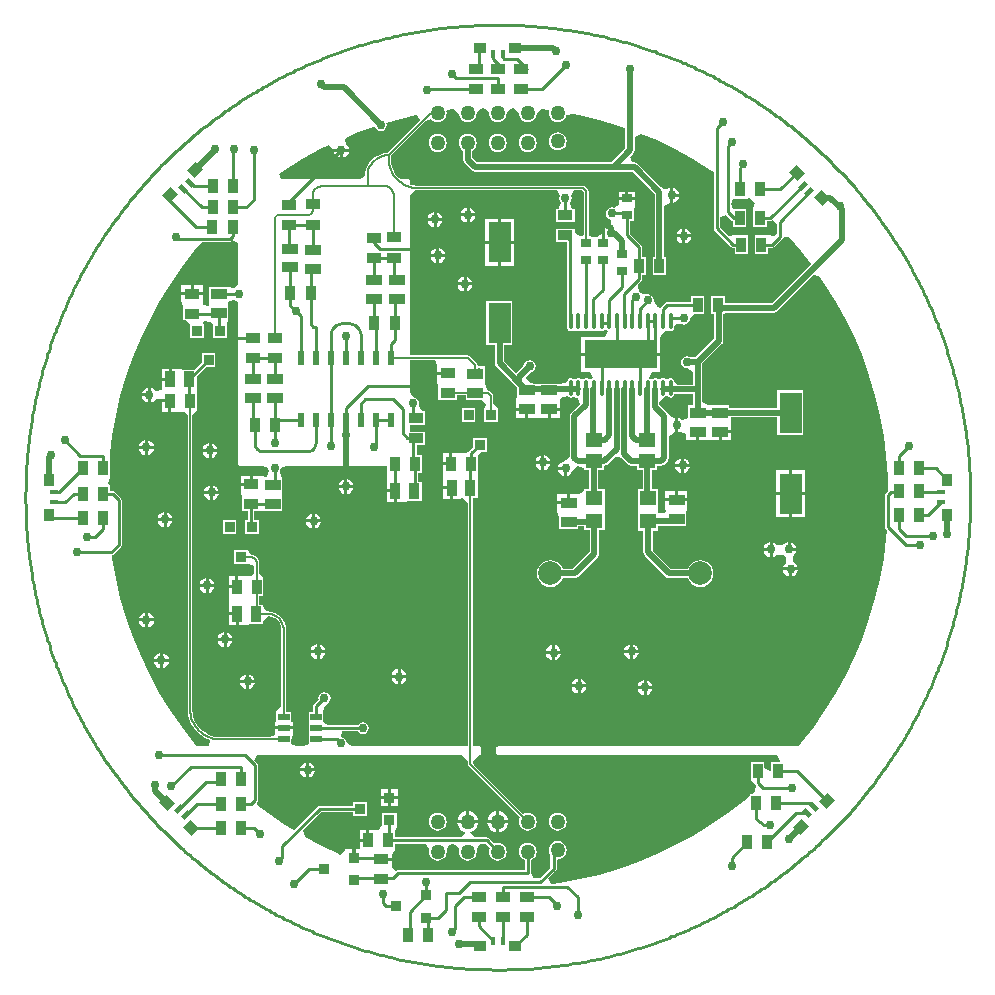
<source format=gtl>
%FSTAX23Y23*%
%MOIN*%
%SFA1B1*%

%IPPOS*%
%AMD47*
4,1,4,0.026400,-0.001300,-0.001300,0.026400,-0.026400,0.001300,0.001300,-0.026400,0.026400,-0.001300,0.0*
%
%AMD48*
4,1,4,0.016600,0.005600,0.005600,0.016600,-0.016600,-0.005600,-0.005600,-0.016600,0.016600,0.005600,0.0*
%
%AMD56*
4,1,4,0.001300,0.026400,-0.026400,-0.001300,-0.001300,-0.026400,0.026400,0.001300,0.001300,0.026400,0.0*
%
%AMD57*
4,1,4,-0.005600,0.016600,-0.016600,0.005600,0.005600,-0.016600,0.016600,-0.005600,-0.005600,0.016600,0.0*
%
%ADD39C,0.005000*%
%ADD40C,0.010000*%
%ADD41R,0.035430X0.037400*%
%ADD42R,0.022840X0.046460*%
%ADD43R,0.053150X0.037400*%
%ADD44R,0.057870X0.050590*%
%ADD45R,0.033470X0.051180*%
%ADD46R,0.076770X0.137800*%
G04~CAMADD=47~9~0.0~0.0~393.7~354.3~0.0~0.0~0~0.0~0.0~0.0~0.0~0~0.0~0.0~0.0~0.0~0~0.0~0.0~0.0~315.0~528.0~527.0*
%ADD47D47*%
G04~CAMADD=48~9~0.0~0.0~157.5~315.0~0.0~0.0~0~0.0~0.0~0.0~0.0~0~0.0~0.0~0.0~0.0~0~0.0~0.0~0.0~315.0~332.0~331.0*
%ADD48D48*%
%ADD49R,0.051180X0.033470*%
%ADD50R,0.037400X0.053150*%
%ADD51R,0.039370X0.023620*%
%ADD52R,0.242910X0.094490*%
%ADD53O,0.013780X0.055120*%
%ADD54R,0.039370X0.035430*%
%ADD55R,0.015750X0.031500*%
G04~CAMADD=56~9~0.0~0.0~393.7~354.3~0.0~0.0~0~0.0~0.0~0.0~0.0~0~0.0~0.0~0.0~0.0~0~0.0~0.0~0.0~45.0~528.0~527.0*
%ADD56D56*%
G04~CAMADD=57~9~0.0~0.0~157.5~315.0~0.0~0.0~0~0.0~0.0~0.0~0.0~0~0.0~0.0~0.0~0.0~0~0.0~0.0~0.0~45.0~332.0~331.0*
%ADD57D57*%
%ADD58R,0.035430X0.039370*%
%ADD59R,0.031500X0.015750*%
%ADD60R,0.035430X0.027560*%
%ADD61R,0.057090X0.045280*%
%ADD62R,0.037400X0.035430*%
%ADD63C,0.020000*%
%ADD64C,0.050000*%
%ADD65C,0.078740*%
%ADD66C,0.030000*%
%LNspeakeasy_audio-1*%
%LPD*%
G36*
X03211Y04441D02*
X03219Y0443D01*
X03219Y0443*
X0322Y04422*
X03223Y04415*
X03228Y04409*
X03234Y04404*
X03241Y04401*
X03249Y044*
X03257Y04401*
X03264Y04404*
X03271Y04409*
X03275Y04415*
X03278Y04422*
X03279Y04427*
X03288Y04436*
X03297Y04443*
X03319Y0444*
X0332Y04438*
X03319Y0443*
X0332Y04422*
X03323Y04415*
X03328Y04409*
X03334Y04404*
X03341Y04401*
X03349Y044*
X03357Y04401*
X03364Y04404*
X03371Y04409*
X03375Y04415*
X03378Y04422*
X03399Y04427*
X0342Y04423*
X03486Y04407*
X03552Y04388*
X03574Y0438*
Y04311*
X03528Y04265*
X03079*
X03064Y0428*
Y04304*
X03071Y04309*
X03075Y04315*
X03078Y04322*
X03079Y0433*
X03078Y04338*
X03075Y04345*
X03071Y04352*
X03064Y04356*
X03057Y04359*
X03049Y0436*
X03041Y04359*
X03034Y04356*
X03028Y04352*
X03023Y04345*
X0302Y04338*
X03019Y0433*
X0302Y04322*
X03023Y04315*
X03028Y04309*
X03034Y04304*
Y04273*
X03035Y04267*
X03038Y04262*
X03062Y04239*
X03067Y04235*
X03073Y04234*
X03598*
X03673Y0416*
Y0395*
X03666*
Y03889*
X0371*
Y0395*
X03703*
Y04119*
X0371Y04124*
X03723Y04131*
X03724Y04131*
Y04155*
Y0418*
X0372Y04179*
X03719Y04179*
X03714Y04178*
X03704Y04177*
X03693Y04183*
X03615Y0426*
X0361Y04264*
X03605Y04265*
X03598*
X0359Y04283*
X036Y04294*
X03604Y04299*
X03605Y04305*
Y0435*
X03625Y04361*
X03679Y04339*
X0374Y04309*
X038Y04277*
X03858Y04241*
X03869Y04234*
Y04045*
X0387Y04041*
X03872Y04037*
X03926Y03984*
X03929Y03982*
X03933Y03981*
X03939*
Y0396*
X03983*
Y04022*
X03939*
X03919Y04019*
X0389Y04049*
Y04083*
X039Y04088*
X0391Y0409*
X03927Y04072*
X03931Y0407*
X03934Y04069*
Y04049*
X03978*
Y0411*
X03934*
X03925Y04126*
Y04128*
X03934Y04144*
X03978*
X03985Y04147*
X04005Y0413*
X04001Y0411*
Y04049*
X04045*
Y04069*
X04057*
X04061Y0407*
X04064Y04072*
X04079Y04059*
Y04028*
X0407Y0402*
X0405Y04022*
X04006*
Y0396*
X0405*
Y03981*
X04064*
X04068Y03982*
X04071Y03984*
X04097Y04009*
X04098Y04011*
X041Y04013*
X04108Y04017*
X0412Y04017*
X04161Y03969*
X04194Y03926*
X04063Y03795*
X03905*
Y0382*
X03861*
Y03759*
X03869*
Y03676*
X03808Y03615*
X03793*
X03787Y03618*
X0378Y0362*
X03772Y03618*
X03765Y03614*
X03761Y03607*
X03759Y036*
X03761Y03592*
X03765Y03585*
X03772Y03581*
X0378Y03579*
X03781Y03579*
X03797Y0357*
X03801Y03566*
Y03524*
X03748*
X03738Y03535*
X03737Y0354*
X03734Y03544*
Y03544*
X0373Y03546*
X03725Y03547*
X03721Y03546*
X03717Y03544*
X03708*
X03705Y03546*
X037Y03547*
X03695Y03546*
X03691Y03544*
X03683*
X03679Y03546*
X03674Y03547*
X0367Y03546*
X03666Y03544*
X03657*
X03653Y03546*
X03653Y03547*
X03663Y03567*
X03691*
Y0362*
X03559*
X03428*
Y03567*
X03456*
X03466Y03547*
X03465Y03546*
X03461Y03544*
X03453*
X03449Y03546*
X03444Y03547*
X03439Y03546*
X03435Y03544*
X03427*
X03423Y03546*
X03418Y03547*
X03414Y03546*
X0341Y03544*
X03401*
X03397Y03546*
X03393Y03547*
X03388Y03546*
X03384Y03544*
Y03544*
X03382Y0354*
X03381Y03535*
X03372Y03529*
X03352Y03528*
X03289*
X03277*
X03259Y03531*
X03244Y03547*
X03245Y03553*
X03256Y03564*
X03262Y03566*
X03269Y0357*
X03273Y03577*
X03275Y03585*
X03273Y03592*
X03269Y03599*
X03262Y03603*
X03255Y03605*
X03247Y03603*
X0324Y03599*
X03236Y03592*
X03234Y03586*
X0321Y03562*
X0317Y03602*
Y03656*
X03198*
Y03804*
X03111*
Y03656*
X03139*
Y03596*
X0314Y0359*
X03144Y03585*
X03209Y0352*
X03214Y03514*
Y03488*
X03209Y0347*
Y03463*
Y03447*
X03246*
Y03442*
X03251*
Y03413*
X03264*
X03282*
X03302*
X03316*
Y03442*
X03321*
Y03447*
X03357*
Y03463*
Y0347*
X03356Y03474*
X03363Y03483*
X03366Y03484*
X03384Y03485*
X03388Y03482*
X03393Y03481*
X03397Y03482*
X034Y03484*
X03418Y0348*
X03424Y03461*
X03393Y03431*
X0339Y03426*
X03389Y0342*
Y03287*
X03377Y03273*
X03371Y03269*
X03365Y03268*
X03356Y03263*
X03351Y03254*
X0335Y0325*
X03375*
Y03245*
X0338*
Y0322*
X03384Y03221*
X03393Y03226*
X03398Y03235*
X03399Y03238*
X034Y0324*
X0341Y03249*
X03416Y03252*
X03436Y03245*
Y03241*
X03454*
Y03178*
X03437*
Y03169*
X03421Y0316*
X03417*
X0339*
Y03131*
X03385*
Y03126*
X03348*
Y0311*
Y03102*
X03353Y03084*
Y03044*
X03416*
Y03053*
X03437*
Y03041*
X03456*
Y02967*
X03398Y0291*
X03365*
X03362Y02917*
X03355Y02926*
X03346Y02933*
X03335Y02938*
X03324Y02939*
X03312Y02938*
X03301Y02933*
X03292Y02926*
X03285Y02917*
X03281Y02906*
X03279Y02895*
X03281Y02883*
X03285Y02872*
X03292Y02863*
X03301Y02856*
X03312Y02851*
X03324Y0285*
X03335Y02851*
X03346Y02856*
X03355Y02863*
X03362Y02872*
X03365Y02879*
X03405*
X0341Y0288*
X03415Y02884*
X03482Y0295*
X03485Y02955*
X03486Y02961*
Y03041*
X03505*
Y03097*
Y03102*
Y03117*
Y03122*
Y03178*
X03484*
Y03241*
X03503*
Y03254*
X03504*
X0351Y03255*
X03514Y03258*
X03538Y03281*
X0354Y03282*
X03551Y03282*
X03563Y03279*
X03583Y03258*
X03588Y03255*
X03594Y03254*
X03614*
Y03241*
X03632*
Y03176*
X03616*
Y03119*
Y03115*
Y03099*
Y03095*
Y03038*
X03634*
Y02965*
X03635Y02959*
X03639Y02954*
X03709Y02884*
X03714Y0288*
X0372Y02879*
X03782*
X03785Y02872*
X03792Y02863*
X03801Y02856*
X03812Y02851*
X03824Y0285*
X03835Y02851*
X03846Y02856*
X03855Y02863*
X03862Y02872*
X03867Y02883*
X03868Y02895*
X03867Y02906*
X03862Y02917*
X03855Y02926*
X03846Y02933*
X03835Y02938*
X03824Y02939*
X03812Y02938*
X03801Y02933*
X03792Y02926*
X03785Y02917*
X03782Y0291*
X03726*
X03665Y02971*
Y03038*
X03683*
Y03053*
X03735*
X0374Y03054*
X03776*
Y03094*
X03781Y03112*
Y0312*
Y03136*
X03745*
X03708*
Y0312*
Y03112*
X0371Y03104*
X03707Y03098*
X03687Y03096*
X03683Y03099*
Y03115*
Y03119*
Y03176*
X03663*
Y03241*
X03681*
Y03254*
X03692*
X03698Y03255*
X03703Y03258*
X03715Y0327*
X03718Y03275*
X03719Y03281*
Y03352*
X03725Y03357*
X03739Y03365*
X0374Y03365*
Y0339*
Y03414*
X03739Y03414*
X0373Y03417*
X03718Y03425*
X03715Y0343*
X03688Y03457*
Y03465*
X037Y03481*
X03705Y03482*
X03708Y03485*
X03717*
X03721Y03482*
X03725Y03481*
X0373Y03482*
X03734Y03485*
X03737Y03489*
X03738Y03494*
X03738Y03494*
X03801*
Y03455*
X03783*
Y03415*
X03782Y03413*
X03764Y03407*
X03763Y03408*
X03762Y03408*
X03754Y03413*
X0375Y03414*
Y0339*
Y03365*
X03754Y03366*
X03758Y03368*
X03774Y03363*
X03778Y0336*
Y03339*
X0381*
Y03368*
X0382*
Y03339*
X03833*
X03851*
X03871*
X03885*
Y03368*
X0389*
Y03373*
X03926*
Y03389*
Y03397*
X03928Y03416*
X04081*
Y03357*
X04168*
Y03505*
X04081*
Y03446*
X03921*
Y03455*
X03858*
X03851*
X03831Y03468*
Y03509*
Y03595*
X03895Y03659*
X03899Y03663*
X039Y03669*
Y03759*
X03905*
Y03764*
X0407*
X04075Y03765*
X0408Y03769*
X04201Y0389*
X04221Y03888*
X04241Y03858*
X04277Y038*
X04309Y0374*
X04339Y03679*
X04365Y03616*
X04388Y03552*
X04407Y03486*
X04423Y0342*
X04435Y03353*
X04444Y03285*
X0445Y03217*
X04451Y0317*
X04442Y03162*
X0444Y03158*
X04439Y03155*
Y0305*
X0444Y03046*
X04442Y03042*
X04446Y03038*
X04444Y03013*
X04435Y02945*
X04423Y02878*
X04407Y02812*
X04388Y02747*
X04365Y02682*
X04339Y02619*
X04309Y02558*
X04277Y02498*
X04241Y0244*
X04203Y02384*
X04161Y0233*
X04153Y0232*
X03149*
X03145Y02318*
X03144Y02315*
Y02295*
X03145Y02291*
X03149Y02289*
X04081*
X04091Y02269*
X04089Y02265*
X04061*
Y02237*
X04058Y02235*
X04038Y02245*
Y02265*
X03994*
Y02204*
X03995*
X04009Y02185*
X04008Y02171*
X03996Y0216*
X03989*
Y02155*
X03969Y02137*
X03915Y02096*
X03858Y02057*
X038Y02021*
X0374Y01989*
X03679Y01959*
X03616Y01933*
X03552Y01911*
X03486Y01891*
X0342Y01875*
X03353Y01863*
X03331Y0186*
X03326*
X03318Y01879*
X03342Y01902*
X03344Y01906*
X03345Y0191*
Y01939*
X03349Y01943*
X03357Y01944*
X03364Y01947*
X03371Y01952*
X03375Y01958*
X03378Y01965*
X03379Y01973*
X03378Y01981*
X03375Y01988*
X03371Y01994*
X03364Y01999*
X03357Y02002*
X03349Y02003*
X03341Y02002*
X03334Y01999*
X03328Y01994*
X03323Y01988*
X0332Y01981*
X03319Y01973*
X0332Y01965*
X03323Y01958*
X03324Y01956*
Y01914*
X03291Y01881*
X03269Y01881*
X03268Y01882*
X03259Y01895*
Y0194*
X03264Y01942*
X03271Y01947*
X03275Y01953*
X03278Y0196*
X03279Y01968*
X03278Y01976*
X03275Y01983*
X03271Y01989*
X03264Y01994*
X03257Y01997*
X03249Y01998*
X03241Y01997*
X03234Y01994*
X03228Y01989*
X03223Y01983*
X0322Y01976*
X03219Y01968*
X0322Y0196*
X03223Y01953*
X03228Y01947*
X03234Y01942*
X03239Y0194*
Y01905*
X02815*
X02811Y01904*
X0281Y01904*
X02796Y01915*
X02795Y01917*
Y01938*
X0276*
Y01948*
X02795*
Y01958*
X02805Y01974*
Y01994*
X02907*
X02909Y01993*
X02919Y01977*
X0292Y01974*
X02919Y01968*
X0292Y0196*
X02923Y01953*
X02928Y01947*
X02934Y01942*
X02941Y01939*
X02949Y01938*
X02957Y01939*
X02964Y01942*
X02971Y01947*
X02975Y01953*
X02978Y0196*
X02979Y01968*
X02979Y01974*
X02979Y01977*
X02988Y0199*
X02999Y01992*
X03011Y0199*
X03019Y01977*
X0302Y01974*
X03019Y01968*
X0302Y0196*
X03023Y01953*
X03028Y01947*
X03034Y01942*
X03041Y01939*
X03049Y01938*
X03057Y01939*
X03064Y01942*
X03071Y01947*
X03075Y01953*
X03078Y0196*
X03079Y01968*
X03079Y01974*
X03079Y01977*
X03089Y01993*
X03091Y01994*
X03108*
X03122Y01981*
X0312Y01976*
X03119Y01968*
X0312Y0196*
X03123Y01953*
X03128Y01947*
X03134Y01942*
X03141Y01939*
X03149Y01938*
X03157Y01939*
X03164Y01942*
X03171Y01947*
X03175Y01953*
X03178Y0196*
X03179Y01968*
X03178Y01976*
X03175Y01983*
X03171Y01989*
X03164Y01994*
X03157Y01997*
X03149Y01998*
X03141Y01997*
X03136Y01995*
X0312Y02012*
X03117Y02014*
X03113Y02015*
X03074*
X03059Y02028*
X03058Y02034*
X03059Y02034*
X03067Y02037*
X03074Y02043*
X0308Y0205*
X03083Y02059*
X03084Y02063*
X03049*
X03014*
X03015Y02059*
X03019Y0205*
X03024Y02043*
X03031Y02037*
X03039Y02034*
X0304Y02034*
X03039Y02028*
X03025Y02015*
X02805*
Y02035*
X02812Y02049*
Y02095*
X02764*
Y02055*
X02752Y0204*
X02743Y0204*
X02721*
Y02005*
X02716*
Y02*
X02689*
Y01975*
X02674*
Y01947*
X02664*
Y01975*
X0264*
Y01969*
X02623Y01958*
X02619Y01959*
X02558Y01989*
X02505Y02017*
X02499Y0204*
X02559Y02099*
X02666*
Y02087*
X02713*
Y02132*
X02666*
Y0212*
X02555*
X02551Y02119*
X02547Y02117*
X02469Y02039*
X0244Y02057*
X02384Y02096*
X02347Y02123*
X02347Y02132*
X02349Y02136*
X0235Y0214*
Y02255*
X02349Y02258*
X02347Y02262*
X02338Y02271*
X02345Y02289*
X0303*
X0305Y02271*
Y02259*
X03051Y02256*
X03053Y02254*
X03058Y02248*
X03223Y02083*
X03223Y02083*
X0322Y02076*
X03219Y02068*
X0322Y0206*
X03223Y02053*
X03228Y02047*
X03234Y02042*
X03241Y02039*
X03249Y02038*
X03257Y02039*
X03264Y02042*
X03271Y02047*
X03275Y02053*
X03278Y0206*
X03279Y02068*
X03278Y02076*
X03275Y02083*
X03271Y02089*
X03264Y02094*
X03257Y02097*
X03249Y02098*
X03241Y02097*
X03234Y02094*
X03234Y02094*
X0307Y02258*
X03066Y02262*
Y02271*
X03086Y02289*
X03089*
X03093Y02291*
X03094Y02295*
Y02315*
X03093Y02318*
X03089Y0232*
X03066*
Y03122*
Y03148*
X0307*
X03082*
Y03211*
Y03229*
Y0329*
X03097Y033*
X03112*
Y03347*
X03066*
Y03315*
X03053Y03302*
X0305Y03299*
X0304Y03295*
X0302Y03295*
X02998*
Y0326*
X02993*
Y03255*
X02966*
Y03236*
Y03224*
Y03204*
Y03185*
X02995*
Y0318*
X03*
Y03143*
X03016*
X03024*
X0303Y03145*
X03046Y03134*
X0305Y03131*
Y0232*
X03046*
X02663*
X02645Y0233*
X02643Y02337*
X02639Y02344*
X02632Y02348*
X02627Y02349*
X02629Y02369*
X02682*
X02685Y02365*
X02692Y02361*
X027Y02359*
X02707Y02361*
X02714Y02365*
X02718Y02372*
X0272Y0238*
X02718Y02387*
X02714Y02394*
X02707Y02398*
X027Y024*
X02692Y02398*
X02685Y02394*
X02682Y0239*
X02584*
X02568Y024*
Y02414*
Y02434*
X02573Y02452*
X02579Y02461*
X02579Y02461*
X02586Y02465*
X0259Y02472*
X02592Y0248*
X0259Y02487*
X02586Y02494*
X02579Y02498*
X02571Y025*
X02564Y02498*
X02557Y02494*
X02553Y02487*
X02551Y0248*
X02552Y02475*
X02536Y02459*
X02534Y02456*
X02533Y02452*
Y02434*
X02519*
Y024*
Y0238*
Y02363*
Y02343*
Y02325*
X02501Y0232*
X02478*
X0246Y02325*
Y02338*
X02465Y02358*
Y02375*
X02435*
X02406*
Y02358*
X02389Y0235*
X02228*
X02223*
X02223Y0235*
X02205Y02351*
X02188Y02357*
X02172Y02365*
X02158Y02377*
X02146Y02391*
X02138Y02407*
X02132Y02424*
X02131Y02442*
X02131Y02442*
Y02454*
Y03413*
Y03421*
X02145Y03439*
Y035*
Y0351*
Y03551*
X02175Y03582*
X02207*
Y03629*
X02162*
Y03597*
X02138Y03573*
X02105*
X02087Y03578*
X02079*
X02063*
Y03542*
X02058*
Y03537*
X02029*
Y03525*
Y03505*
X02028Y03505*
X02009Y03503*
X02006Y03508*
X01998Y03513*
X01993Y03514*
Y0349*
Y03465*
X01998Y03466*
X02006Y03471*
X02009Y03476*
X02025Y03475*
X02025Y03475*
X02056*
Y0347*
X02061*
Y03434*
X02083*
X02103Y03434*
X02111Y03429*
X02115Y03424*
Y02453*
Y02442*
X02115Y02442*
X02116Y02425*
X0212Y02409*
X02127Y02393*
X02136Y02379*
X02147Y02366*
X0216Y02355*
X02174Y02346*
X02189Y0234*
X02189Y02338*
X02185Y0232*
X02147*
X02146Y02319*
X02137Y0233*
X02096Y02384*
X02057Y0244*
X02021Y02498*
X01989Y02558*
X01959Y02619*
X01933Y02682*
X01911Y02747*
X01891Y02812*
X01875Y02878*
X01863Y02945*
X01862Y02955*
X01863Y02955*
X01867Y02957*
X01892Y02982*
X01894Y02986*
X01895Y0299*
Y0314*
X01894Y03143*
X01892Y03147*
X01872Y03167*
X01868Y03169*
X01865Y0317*
X01855*
Y0319*
X01851Y03194*
X01855Y03214*
Y03275*
X01855Y03295*
X01863Y03353*
X01875Y0342*
X01891Y03486*
X01911Y03552*
X01933Y03616*
X01959Y03679*
X01989Y0374*
X02021Y038*
X02057Y03858*
X02096Y03915*
X02137Y03969*
X02163Y03999*
X02255*
X02258Y04*
X02262Y04002*
X02264Y04005*
X02284Y03996*
Y03857*
X02271Y03848*
X02251Y0385*
X02188*
Y03807*
Y03802*
Y03787*
X02167Y03789*
X02165Y03801*
Y03823*
X02094*
Y03801*
X02095*
X02099Y03783*
Y03781*
Y03739*
X02109*
X02124Y03727*
Y03719*
Y0368*
X0217*
Y03727*
X02168Y03731*
X0217Y03735*
X02192Y03734*
X02199Y03724*
Y0368*
X02245*
Y03727*
X02251Y03739*
Y03782*
Y03787*
Y03801*
X02257Y03804*
X02271Y03808*
X02284Y03799*
Y03259*
X02286Y03255*
X0229Y03253*
X02365*
X02384Y03245*
X02386Y03237*
X02387Y03235*
X02381Y03219*
X02379Y03215*
X02363Y0322*
X0235*
X02332*
Y03193*
X02327*
Y03188*
X02292*
Y03166*
X02293*
X02297Y03148*
Y03146*
Y03104*
X02317*
Y03072*
X02307*
Y03025*
X02352*
Y03072*
X02337*
Y03104*
X02358*
X02368*
X02431*
Y03147*
Y03152*
Y03167*
Y03172*
Y03215*
X02431*
X02428Y03219*
X02422Y03235*
X02423Y03237*
X02425Y03245*
X02444Y03253*
X02779*
Y03226*
Y03224*
Y03206*
Y03204*
Y03175*
X02808*
Y0317*
X02813*
Y03133*
X02829*
X02837*
X02855Y03138*
X02895*
Y03201*
X02883*
Y03229*
X02895*
Y0329*
X02879*
Y03324*
X02907*
Y03368*
X02858*
Y03391*
X02907*
Y03435*
X02895*
X02886Y03454*
X02886Y03455*
X02887Y03462*
X02886Y0347*
X02881Y03476*
X02875Y03481*
X02867Y03482*
X02858Y03501*
Y03607*
X0293*
X02939*
X02946Y0359*
Y03587*
Y03568*
X02982*
Y03558*
X02946*
Y03536*
X02948*
X02951Y03518*
Y03516*
Y03474*
X03012*
Y0349*
X03042*
Y03474*
X03095*
X03109Y03456*
X03105Y03446*
X03104*
Y03399*
X03149*
Y03446*
X03134Y03464*
Y03472*
Y0348*
Y03487*
X03133Y0349*
X03132Y03493*
X03121Y03503*
X03118Y03505*
X03116Y03506*
X03114Y03509*
X03106Y03525*
Y03537*
Y03542*
Y0358*
Y03585*
X03088Y03585*
X03082Y0359*
X03081Y03593*
X03079Y03595*
X03055Y0362*
X03053Y03621*
X0305Y03622*
X0295*
X02936*
X02858*
Y03627*
Y04157*
X02878Y04172*
X02885Y04172*
X02885Y04172*
X02889*
X03346*
X03355Y04152*
X03355Y04152*
X03354Y04145*
X03355Y04137*
X03359Y04131*
X03358Y04125*
X03352Y04111*
X03344*
Y04068*
X03405*
Y04111*
X03396*
X0339Y04125*
X03389Y04131*
X03393Y04137*
X03395Y04145*
X03393Y04152*
X03393Y04152*
X03402Y04172*
X03429*
X03429Y04172*
X03432Y04171*
X03434Y0417*
X03436Y04167*
X03436Y04165*
X03436Y04164*
Y04028*
X03429Y04021*
X03424Y04019*
X03405Y0403*
Y04044*
X03344*
Y04001*
X03381*
Y03758*
X03381Y03755*
Y03724*
Y03716*
Y03714*
X03382Y03709*
X03384Y03706*
X03388Y03703*
X03393Y03702*
X03399Y03703*
X03412*
X03418Y03702*
X03425Y03703*
X03438*
X03444Y03702*
X0345Y03703*
X03463*
X0347Y03702*
X03476Y03703*
X03489*
X03495Y03702*
X035Y03703*
X03504Y03706*
X03512*
X03516Y03703*
X03517Y03702*
X03507Y03682*
X03428*
Y0363*
X03559*
X03691*
Y03682*
X0369Y03684*
X03692Y03688*
X03706Y03703*
X03719*
X03725Y03702*
X0373Y03703*
X03734Y03706*
X03737Y03709*
X03738Y03714*
Y03716*
Y0372*
X03747Y03726*
X03758Y03728*
X03762Y03726*
X0377Y03724*
X03777Y03726*
X03784Y0373*
X03788Y03737*
X03789Y03741*
X0379Y03745*
X03806Y03759*
X03838*
Y0382*
X03794*
Y038*
X03714*
X0371Y03799*
X03707Y03797*
X03693Y03782*
X03691Y03781*
X03682Y03782*
X03679Y03786*
X0367Y03803*
X0367Y03805*
X03668Y03812*
X03664Y03819*
X0366Y03821*
X03657Y03823*
X0365Y03825*
X03638Y03825*
X03637Y03826*
X03627Y03831*
X03621Y03835*
X03617Y0385*
X03616Y03857*
X03628Y03869*
X0363Y03872*
X03631Y03876*
Y03889*
X03643*
Y0395*
X0363*
Y03984*
X03629Y03988*
X03627Y03991*
X03589Y04028*
Y04071*
X03602*
Y04103*
X03607Y04121*
Y04126*
Y0414*
X03579*
X03552*
Y04128*
X03545Y04121*
X03535Y04114*
X03529Y04115*
X03521Y04113*
X03515Y04109*
X0351Y04102*
X03509Y04095*
X0351Y04087*
X03515Y0408*
X03521Y04076*
X03528Y04074*
X03525Y04055*
X03515Y04053*
X03506Y04048*
X03501Y04039*
X03499Y0403*
X03481Y04018*
X03471*
X03452Y04019*
Y04164*
X03452Y04165*
X0345Y04173*
X03446Y04179*
X03446*
X03445Y04181*
X03444Y04182*
Y04182*
X03438Y04186*
X03429Y04187*
X03429Y04187*
X03427*
X02889*
X02885*
X02884Y04187*
X02866Y04189*
X02858Y04191*
Y04194*
Y04204*
X02856Y04208*
X02852Y04209*
X02825*
X02819Y04214*
X02808Y04228*
X02799Y04244*
X02794Y04261*
X02792Y04279*
X02792Y0428*
Y04286*
X02908Y04402*
X02928Y04409*
X02934Y04404*
X02941Y04401*
X02949Y044*
X02957Y04401*
X02964Y04404*
X02971Y04409*
X02975Y04415*
X02978Y04422*
X02979Y0443*
X02978Y04438*
X02979Y0444*
X03001Y04443*
X03011Y04436*
X03019Y04427*
X0302Y04422*
X03023Y04415*
X03028Y04409*
X03034Y04404*
X03041Y04401*
X03049Y044*
X03057Y04401*
X03064Y04404*
X03071Y04409*
X03075Y04415*
X03078Y04422*
X03079Y0443*
X03079Y0443*
X03087Y04441*
X03099Y04445*
X03112Y04441*
X03119Y04431*
X03119Y0443*
X0312Y04422*
X03123Y04415*
X03128Y04409*
X03134Y04404*
X03141Y04401*
X03149Y044*
X03157Y04401*
X03164Y04404*
X03171Y04409*
X03175Y04415*
X03178Y04422*
X03179Y0443*
X03179Y04431*
X03187Y04441*
X03199Y04445*
X03211Y04441*
G37*
G36*
X0289Y04406D02*
X02781Y04297D01*
X02769Y04296*
X02755Y04291*
X02741Y04284*
X02729Y04275*
X0272Y04263*
X02713Y04249*
X02709Y04239*
X02708Y04235*
X02707Y0422*
X02691Y04209*
X02427*
X02421Y04228*
X0244Y04241*
X02498Y04277*
X02558Y04309*
X02587Y04323*
X02588Y04323*
X02601Y04311*
X02652*
X02652Y04316*
X02646Y04324*
X02642Y04327*
X02641Y04343*
X02643Y04348*
X02682Y04365*
X02737Y04384*
X02741Y04382*
X02745Y04375*
X02752Y04371*
X0276Y04369*
X02767Y04371*
X02774Y04375*
X02778Y04382*
X0278Y0439*
X02778Y04397*
X02812Y04407*
X02878Y04423*
X0288Y04423*
X0289Y04406*
G37*
%LNspeakeasy_audio-2*%
%LPC*%
G36*
X03349Y04365D02*
X03341Y04364D01*
X03334Y04361*
X03328Y04357*
X03323Y0435*
X0332Y04343*
X03319Y04335*
X0332Y04327*
X03323Y0432*
X03328Y04314*
X03334Y04309*
X03341Y04306*
X03349Y04305*
X03357Y04306*
X03364Y04309*
X03371Y04314*
X03375Y0432*
X03378Y04327*
X03379Y04335*
X03378Y04343*
X03375Y0435*
X03371Y04357*
X03364Y04361*
X03357Y04364*
X03349Y04365*
G37*
G36*
X03249Y0436D02*
X03241Y04359D01*
X03234Y04356*
X03228Y04352*
X03223Y04345*
X0322Y04338*
X03219Y0433*
X0322Y04322*
X03223Y04315*
X03228Y04309*
X03234Y04304*
X03241Y04301*
X03249Y043*
X03257Y04301*
X03264Y04304*
X03271Y04309*
X03275Y04315*
X03278Y04322*
X03279Y0433*
X03278Y04338*
X03275Y04345*
X03271Y04352*
X03264Y04356*
X03257Y04359*
X03249Y0436*
G37*
G36*
X03149D02*
X03141Y04359D01*
X03134Y04356*
X03128Y04352*
X03123Y04345*
X0312Y04338*
X03119Y0433*
X0312Y04322*
X03123Y04315*
X03128Y04309*
X03134Y04304*
X03141Y04301*
X03149Y043*
X03157Y04301*
X03164Y04304*
X03171Y04309*
X03175Y04315*
X03178Y04322*
X03179Y0433*
X03178Y04338*
X03175Y04345*
X03171Y04352*
X03164Y04356*
X03157Y04359*
X03149Y0436*
G37*
G36*
X02949D02*
X02941Y04359D01*
X02934Y04356*
X02928Y04352*
X02923Y04345*
X0292Y04338*
X02919Y0433*
X0292Y04322*
X02923Y04315*
X02928Y04309*
X02934Y04304*
X02941Y04301*
X02949Y043*
X02957Y04301*
X02964Y04304*
X02971Y04309*
X02975Y04315*
X02978Y04322*
X02979Y0433*
X02978Y04338*
X02975Y04345*
X02971Y04352*
X02964Y04356*
X02957Y04359*
X02949Y0436*
G37*
G36*
X03734Y0418D02*
Y0416D01*
X03754*
X03753Y04165*
X03747Y04173*
X03739Y04179*
X03734Y0418*
G37*
G36*
X03607Y04168D02*
X03584D01*
Y0415*
X03607*
Y04168*
G37*
G36*
X03574D02*
X03552D01*
Y0415*
X03574*
Y04168*
G37*
G36*
X03754Y0415D02*
X03734D01*
Y04131*
X03739Y04132*
X03747Y04137*
X03753Y04146*
X03754Y0415*
G37*
G36*
X03055Y04114D02*
Y04095D01*
X03074*
X03073Y04099*
X03068Y04108*
X03059Y04113*
X03055Y04114*
G37*
G36*
X03045D02*
X0304Y04113D01*
X03031Y04108*
X03026Y04099*
X03025Y04095*
X03045*
Y04114*
G37*
G36*
X02945Y04099D02*
Y0408D01*
X02964*
X02963Y04084*
X02958Y04093*
X02949Y04098*
X02945Y04099*
G37*
G36*
X02935D02*
X0293Y04098D01*
X02921Y04093*
X02916Y04084*
X02915Y0408*
X02935*
Y04099*
G37*
G36*
X03074Y04085D02*
X03055D01*
Y04065*
X03059Y04066*
X03068Y04071*
X03073Y0408*
X03074Y04085*
G37*
G36*
X03045D02*
X03025D01*
X03026Y0408*
X03031Y04071*
X0304Y04066*
X03045Y04065*
Y04085*
G37*
G36*
X02964Y0407D02*
X02945D01*
Y0405*
X02949Y04051*
X02958Y04056*
X02963Y04065*
X02964Y0407*
G37*
G36*
X02935D02*
X02915D01*
X02916Y04065*
X02921Y04056*
X0293Y04051*
X02935Y0405*
Y0407*
G37*
G36*
X03774Y04044D02*
Y04025D01*
X03794*
X03793Y04029*
X03787Y04038*
X03779Y04043*
X03774Y04044*
G37*
G36*
X03764D02*
X03759Y04043D01*
X03751Y04038*
X03746Y04029*
X03745Y04025*
X03764*
Y04044*
G37*
G36*
X03203Y04078D02*
X0316D01*
Y04004*
X03203*
Y04078*
G37*
G36*
X0315D02*
X03106D01*
Y04004*
X0315*
Y04078*
G37*
G36*
X03794Y04015D02*
X03774D01*
Y03995*
X03779Y03996*
X03787Y04001*
X03793Y0401*
X03794Y04015*
G37*
G36*
X03764D02*
X03745D01*
X03746Y0401*
X03751Y04001*
X03759Y03996*
X03764Y03995*
Y04015*
G37*
G36*
X02954Y03979D02*
Y0396D01*
X02974*
X02973Y03964*
X02967Y03973*
X02959Y03978*
X02954Y03979*
G37*
G36*
X02944D02*
X02939Y03978D01*
X02931Y03973*
X02926Y03964*
X02925Y0396*
X02944*
Y03979*
G37*
G36*
X02974Y0395D02*
X02954D01*
Y0393*
X02959Y03931*
X02967Y03936*
X02973Y03945*
X02974Y0395*
G37*
G36*
X02944D02*
X02925D01*
X02926Y03945*
X02931Y03936*
X02939Y03931*
X02944Y0393*
Y0395*
G37*
G36*
X03203Y03994D02*
X0316D01*
Y0392*
X03203*
Y03994*
G37*
G36*
X0315D02*
X03106D01*
Y0392*
X0315*
Y03994*
G37*
G36*
X03045Y03884D02*
Y03865D01*
X03064*
X03063Y03869*
X03058Y03878*
X03049Y03883*
X03045Y03884*
G37*
G36*
X03035D02*
X0303Y03883D01*
X03021Y03878*
X03016Y03869*
X03015Y03865*
X03035*
Y03884*
G37*
G36*
X03064Y03855D02*
X03045D01*
Y03835*
X03049Y03836*
X03058Y03841*
X03063Y0385*
X03064Y03855*
G37*
G36*
X03035D02*
X03015D01*
X03016Y0385*
X03021Y03841*
X0303Y03836*
X03035Y03835*
Y03855*
G37*
G36*
X02165Y03855D02*
X02135D01*
Y03833*
X02165*
Y03855*
G37*
G36*
X02125D02*
X02094D01*
Y03833*
X02125*
Y03855*
G37*
G36*
X02053Y03578D02*
X02029D01*
Y03547*
X02053*
Y03578*
G37*
G36*
X01983Y03514D02*
X01978Y03513D01*
X0197Y03508*
X01964Y03499*
X01964Y03495*
X01983*
Y03514*
G37*
G36*
Y03485D02*
X01964D01*
X01964Y0348*
X0197Y03471*
X01978Y03466*
X01983Y03465*
Y03485*
G37*
G36*
X02051Y03465D02*
X02029D01*
Y03434*
X02051*
Y03465*
G37*
G36*
X03357Y03437D02*
X03326D01*
Y03413*
X03357*
Y03437*
G37*
G36*
X03241D02*
X03209D01*
Y03413*
X03241*
Y03437*
G37*
G36*
X03074Y03446D02*
X03029D01*
Y03399*
X03074*
Y03446*
G37*
G36*
X03926Y03363D02*
X03895D01*
Y03339*
X03926*
Y03363*
G37*
G36*
X01983Y03339D02*
Y0332D01*
X02003*
X02002Y03324*
X01996Y03333*
X01988Y03338*
X01983Y03339*
G37*
G36*
X01973D02*
X01968Y03338D01*
X0196Y03333*
X01954Y03324*
X01954Y0332*
X01973*
Y03339*
G37*
G36*
X02195Y03329D02*
Y0331D01*
X02214*
X02213Y03314*
X02208Y03323*
X02199Y03328*
X02195Y03329*
G37*
G36*
X02185D02*
X0218Y03328D01*
X02171Y03323*
X02166Y03314*
X02165Y0331*
X02185*
Y03329*
G37*
G36*
X02003Y0331D02*
X01983D01*
Y0329*
X01988Y03291*
X01996Y03296*
X02002Y03305*
X02003Y0331*
G37*
G36*
X01973D02*
X01954D01*
X01954Y03305*
X0196Y03296*
X01968Y03291*
X01973Y0329*
Y0331*
G37*
G36*
X02214Y033D02*
X02195D01*
Y0328*
X02199Y03281*
X02208Y03286*
X02213Y03295*
X02214Y033*
G37*
G36*
X02185D02*
X02165D01*
X02166Y03295*
X02171Y03286*
X0218Y03281*
X02185Y0328*
Y033*
G37*
G36*
X03304Y03289D02*
Y0327D01*
X03324*
X03323Y03274*
X03317Y03283*
X03309Y03288*
X03304Y03289*
G37*
G36*
X03294D02*
X03289Y03288D01*
X03281Y03283*
X03276Y03274*
X03275Y0327*
X03294*
Y03289*
G37*
G36*
X02988Y03295D02*
X02966D01*
Y03265*
X02988*
Y03295*
G37*
G36*
X0377Y03279D02*
Y0326D01*
X03789*
X03788Y03264*
X03783Y03273*
X03774Y03278*
X0377Y03279*
G37*
G36*
X0376D02*
X03755Y03278D01*
X03746Y03273*
X03741Y03264*
X0374Y0326*
X0376*
Y03279*
G37*
G36*
X03324Y0326D02*
X03304D01*
Y0324*
X03309Y03241*
X03317Y03246*
X03323Y03255*
X03324Y0326*
G37*
G36*
X03294D02*
X03275D01*
X03276Y03255*
X03281Y03246*
X03289Y03241*
X03294Y0324*
Y0326*
G37*
G36*
X03789Y0325D02*
X0377D01*
Y0323*
X03774Y03231*
X03783Y03236*
X03788Y03245*
X03789Y0325*
G37*
G36*
X0376D02*
X0374D01*
X03741Y03245*
X03746Y03236*
X03755Y03231*
X0376Y0323*
Y0325*
G37*
G36*
X0337Y0324D02*
X0335D01*
X03351Y03235*
X03356Y03226*
X03365Y03221*
X0337Y0322*
Y0324*
G37*
G36*
X02322Y0322D02*
X02292D01*
Y03198*
X02322*
Y0322*
G37*
G36*
X02648Y03209D02*
Y0319D01*
X02668*
X02667Y03194*
X02661Y03203*
X02653Y03208*
X02648Y03209*
G37*
G36*
X02638D02*
X02634Y03208D01*
X02625Y03203*
X0262Y03194*
X02619Y0319*
X02638*
Y03209*
G37*
G36*
X022Y03189D02*
Y0317D01*
X02219*
X02218Y03174*
X02213Y03183*
X02204Y03188*
X022Y03189*
G37*
G36*
X0219D02*
X02185Y03188D01*
X02176Y03183*
X02171Y03174*
X0217Y0317*
X0219*
Y03189*
G37*
G36*
X04173Y0324D02*
X0413D01*
Y03166*
X04173*
Y0324*
G37*
G36*
X0412D02*
X04076D01*
Y03166*
X0412*
Y0324*
G37*
G36*
X02668Y0318D02*
X02648D01*
Y0316*
X02653Y03161*
X02661Y03166*
X02667Y03175*
X02668Y0318*
G37*
G36*
X02638D02*
X02619D01*
X0262Y03175*
X02625Y03166*
X02634Y03161*
X02638Y0316*
Y0318*
G37*
G36*
X03781Y0317D02*
X0375D01*
Y03146*
X03781*
Y0317*
G37*
G36*
X0374D02*
X03708D01*
Y03146*
X0374*
Y0317*
G37*
G36*
X0299Y03175D02*
X02966D01*
Y03143*
X0299*
Y03175*
G37*
G36*
X02219Y0316D02*
X022D01*
Y0314*
X02204Y03141*
X02213Y03146*
X02218Y03155*
X02219Y0316*
G37*
G36*
X0219D02*
X0217D01*
X02171Y03155*
X02176Y03146*
X02185Y03141*
X0219Y0314*
Y0316*
G37*
G36*
X0338Y0316D02*
X03348D01*
Y03136*
X0338*
Y0316*
G37*
G36*
X02803Y03165D02*
X02779D01*
Y03133*
X02803*
Y03165*
G37*
G36*
X04173Y03156D02*
X0413D01*
Y03082*
X04173*
Y03156*
G37*
G36*
X0412D02*
X04076D01*
Y03082*
X0412*
Y03156*
G37*
G36*
X02045Y03099D02*
Y0308D01*
X02064*
X02063Y03084*
X02058Y03093*
X02049Y03098*
X02045Y03099*
G37*
G36*
X02035D02*
X0203Y03098D01*
X02021Y03093*
X02016Y03084*
X02015Y0308*
X02035*
Y03099*
G37*
G36*
X0254Y03094D02*
Y03075D01*
X02559*
X02558Y03079*
X02553Y03088*
X02544Y03093*
X0254Y03094*
G37*
G36*
X0253D02*
X02525Y03093D01*
X02516Y03088*
X02511Y03079*
X0251Y03075*
X0253*
Y03094*
G37*
G36*
X02064Y0307D02*
X02045D01*
Y0305*
X02049Y03051*
X02058Y03056*
X02063Y03065*
X02064Y0307*
G37*
G36*
X02035D02*
X02015D01*
X02016Y03065*
X02021Y03056*
X0203Y03051*
X02035Y0305*
Y0307*
G37*
G36*
X02559Y03065D02*
X0254D01*
Y03045*
X02544Y03046*
X02553Y03051*
X02558Y0306*
X02559Y03065*
G37*
G36*
X0253D02*
X0251D01*
X02511Y0306*
X02516Y03051*
X02525Y03046*
X0253Y03045*
Y03065*
G37*
G36*
X02277Y03072D02*
X02232D01*
Y03025*
X02277*
Y03072*
G37*
G36*
X04115Y02999D02*
X0411Y02998D01*
X04101Y02993*
X04101Y02991*
X041Y02991*
X04079*
X04078Y02991*
X04078Y02993*
X04069Y02998*
X04065Y02999*
Y02975*
Y0295*
X04069Y02951*
X04078Y02956*
X04078Y02958*
X04079Y02958*
X041*
X04101Y02958*
X04101Y02956*
X04109Y02951*
X0411Y02948*
X04111Y0293*
X04106Y02928*
X04101Y02919*
X041Y02915*
X04149*
X04148Y02919*
X04143Y02928*
X04135Y02933*
X04134Y02936*
X04133Y02954*
X04138Y02956*
X04143Y02965*
X04144Y0297*
X0412*
Y02975*
X04115*
Y02999*
G37*
G36*
X04125D02*
Y0298D01*
X04144*
X04143Y02984*
X04138Y02993*
X04129Y02998*
X04125Y02999*
G37*
G36*
X04055D02*
X0405Y02998D01*
X04041Y02993*
X04036Y02984*
X04035Y0298*
X04055*
Y02999*
G37*
G36*
Y0297D02*
X04035D01*
X04036Y02965*
X04041Y02956*
X0405Y02951*
X04055Y0295*
Y0297*
G37*
G36*
X04149Y02905D02*
X0413D01*
Y02885*
X04134Y02886*
X04143Y02891*
X04148Y029*
X04149Y02905*
G37*
G36*
X0412D02*
X041D01*
X04101Y029*
X04106Y02891*
X04115Y02886*
X0412Y02885*
Y02905*
G37*
G36*
X02185Y02879D02*
Y0286D01*
X02204*
X02203Y02864*
X02198Y02873*
X02189Y02878*
X02185Y02879*
G37*
G36*
X02175D02*
X0217Y02878D01*
X02161Y02873*
X02156Y02864*
X02155Y0286*
X02175*
Y02879*
G37*
G36*
X02274Y02885D02*
X02252D01*
Y02855*
X02274*
Y02885*
G37*
G36*
X02204Y0285D02*
X02185D01*
Y0283*
X02189Y02831*
X02198Y02836*
X02203Y02845*
X02204Y0285*
G37*
G36*
X02175D02*
X02155D01*
X02156Y02845*
X02161Y02836*
X0217Y02831*
X02175Y0283*
Y0285*
G37*
G36*
X01983Y02764D02*
Y02745D01*
X02003*
X02002Y02749*
X01996Y02758*
X01988Y02763*
X01983Y02764*
G37*
G36*
X01973D02*
X01968Y02763D01*
X0196Y02758*
X01954Y02749*
X01954Y02745*
X01973*
Y02764*
G37*
G36*
X02276Y02755D02*
X02252D01*
Y02723*
X02276*
Y02755*
G37*
G36*
X02003Y02735D02*
X01983D01*
Y02715*
X01988Y02716*
X01996Y02721*
X02002Y0273*
X02003Y02735*
G37*
G36*
X01973D02*
X01954D01*
X01954Y0273*
X0196Y02721*
X01968Y02716*
X01973Y02715*
Y02735*
G37*
G36*
X02245Y02699D02*
Y0268D01*
X02264*
X02263Y02684*
X02258Y02693*
X02249Y02698*
X02245Y02699*
G37*
G36*
X02235D02*
X0223Y02698D01*
X02221Y02693*
X02216Y02684*
X02215Y0268*
X02235*
Y02699*
G37*
G36*
X02264Y0267D02*
X02245D01*
Y0265*
X02249Y02651*
X02258Y02656*
X02263Y02665*
X02264Y0267*
G37*
G36*
X02235D02*
X02215D01*
X02216Y02665*
X02221Y02656*
X0223Y02651*
X02235Y0265*
Y0267*
G37*
G36*
X036Y02659D02*
Y0264D01*
X03619*
X03618Y02644*
X03613Y02653*
X03604Y02658*
X036Y02659*
G37*
G36*
X0359D02*
X03585Y02658D01*
X03576Y02653*
X03571Y02644*
X0357Y0264*
X0359*
Y02659*
G37*
G36*
X02555D02*
Y0264D01*
X02574*
X02573Y02644*
X02568Y02653*
X02559Y02658*
X02555Y02659*
G37*
G36*
X02545D02*
X0254Y02658D01*
X02531Y02653*
X02526Y02644*
X02525Y0264*
X02545*
Y02659*
G37*
G36*
X0334Y02656D02*
Y02636D01*
X03359*
X03358Y02641*
X03353Y02649*
X03344Y02655*
X0334Y02656*
G37*
G36*
X0333D02*
X03325Y02655D01*
X03316Y02649*
X03311Y02641*
X0331Y02636*
X0333*
Y02656*
G37*
G36*
X03619Y0263D02*
X036D01*
Y0261*
X03604Y02611*
X03613Y02616*
X03618Y02625*
X03619Y0263*
G37*
G36*
X0359D02*
X0357D01*
X03571Y02625*
X03576Y02616*
X03585Y02611*
X0359Y0261*
Y0263*
G37*
G36*
X02574D02*
X02555D01*
Y0261*
X02559Y02611*
X02568Y02616*
X02573Y02625*
X02574Y0263*
G37*
G36*
X02545D02*
X02525D01*
X02526Y02625*
X02531Y02616*
X0254Y02611*
X02545Y0261*
Y0263*
G37*
G36*
X02033Y02629D02*
Y0261D01*
X02053*
X02052Y02614*
X02046Y02623*
X02038Y02628*
X02033Y02629*
G37*
G36*
X02023D02*
X02018Y02628D01*
X0201Y02623*
X02004Y02614*
X02004Y0261*
X02023*
Y02629*
G37*
G36*
X03359Y02626D02*
X0334D01*
Y02607*
X03344Y02607*
X03353Y02613*
X03358Y02621*
X03359Y02626*
G37*
G36*
X0333D02*
X0331D01*
X03311Y02621*
X03316Y02613*
X03325Y02607*
X0333Y02607*
Y02626*
G37*
G36*
X02053Y026D02*
X02033D01*
Y0258*
X02038Y02581*
X02046Y02586*
X02052Y02595*
X02053Y026*
G37*
G36*
X02023D02*
X02004D01*
X02004Y02595*
X0201Y02586*
X02018Y02581*
X02023Y0258*
Y026*
G37*
G36*
X02825Y02576D02*
Y02556D01*
X02844*
X02843Y02561*
X02838Y02569*
X02829Y02575*
X02825Y02576*
G37*
G36*
X02815D02*
X0281Y02575D01*
X02801Y02569*
X02796Y02561*
X02795Y02556*
X02815*
Y02576*
G37*
G36*
X0232Y02559D02*
Y0254D01*
X02339*
X02338Y02544*
X02333Y02553*
X02324Y02558*
X0232Y02559*
G37*
G36*
X0231D02*
X02305Y02558D01*
X02296Y02553*
X02291Y02544*
X0229Y0254*
X0231*
Y02559*
G37*
G36*
X02844Y02546D02*
X02825D01*
Y02527*
X02829Y02527*
X02838Y02533*
X02843Y02541*
X02844Y02546*
G37*
G36*
X02815D02*
X02795D01*
X02796Y02541*
X02801Y02533*
X0281Y02527*
X02815Y02527*
Y02546*
G37*
G36*
X03425Y02544D02*
Y02525D01*
X03444*
X03443Y02529*
X03438Y02538*
X03429Y02543*
X03425Y02544*
G37*
G36*
X03415D02*
X0341Y02543D01*
X03401Y02538*
X03396Y02529*
X03395Y02525*
X03415*
Y02544*
G37*
G36*
X03645Y02539D02*
Y0252D01*
X03664*
X03663Y02524*
X03658Y02533*
X03649Y02538*
X03645Y02539*
G37*
G36*
X03635D02*
X0363Y02538D01*
X03621Y02533*
X03616Y02524*
X03615Y0252*
X03635*
Y02539*
G37*
G36*
X02339Y0253D02*
X0232D01*
Y0251*
X02324Y02511*
X02333Y02516*
X02338Y02525*
X02339Y0253*
G37*
G36*
X0231D02*
X0229D01*
X02291Y02525*
X02296Y02516*
X02305Y02511*
X0231Y0251*
Y0253*
G37*
G36*
X03444Y02515D02*
X03425D01*
Y02495*
X03429Y02496*
X03438Y02501*
X03443Y0251*
X03444Y02515*
G37*
G36*
X03415D02*
X03395D01*
X03396Y0251*
X03401Y02501*
X0341Y02496*
X03415Y02495*
Y02515*
G37*
G36*
X03664Y0251D02*
X03645D01*
Y0249*
X03649Y02491*
X03658Y02496*
X03663Y02505*
X03664Y0251*
G37*
G36*
X03635D02*
X03615D01*
X03616Y02505*
X03621Y02496*
X0363Y02491*
X03635Y0249*
Y0251*
G37*
G36*
X02315Y02974D02*
X02269D01*
Y02927*
X02315*
X02329Y02924*
X02334Y02923*
X02338Y02919*
Y02895*
X02334Y0289*
X02325Y02886*
X02305Y02885*
X02284*
Y0285*
X02279*
Y02845*
X02252*
Y02816*
Y02814*
Y02796*
Y02794*
Y02765*
X02281*
Y0276*
X02286*
Y02723*
X02302*
X02309*
X02327Y02728*
X02367*
Y02733*
X02379Y02749*
X02387Y02752*
X02396Y0275*
X02406Y02746*
X02415Y02739*
X02422Y0273*
X02426Y0272*
X02428Y02709*
X02428Y02709*
Y02697*
Y02452*
X02411Y02434*
Y02401*
X02406*
Y02385*
X02435*
X02465*
Y02401*
X0246*
Y02434*
X02448*
X02443*
Y02697*
Y02709*
X02443Y02709*
X02442Y0272*
X02439Y02731*
X02433Y02741*
X02426Y0275*
X02417Y02757*
X02407Y02763*
X02396Y02766*
X02378Y0277*
X02367Y02785*
Y02791*
X02353*
Y02819*
X02367*
Y0288*
X02353Y02898*
Y02931*
X02353Y02931*
X02352Y02938*
X0235Y02945*
X02345Y0295*
X0234Y02954*
X02333Y02957*
X02327Y02958*
X02315Y02973*
X02315Y02973*
Y02974*
G37*
G36*
X0252Y02264D02*
Y02245D01*
X02539*
X02538Y02249*
X02533Y02258*
X02524Y02263*
X0252Y02264*
G37*
G36*
X0251D02*
X02505Y02263D01*
X02496Y02258*
X02491Y02249*
X0249Y02245*
X0251*
Y02264*
G37*
G36*
X02539Y02235D02*
X0252D01*
Y02215*
X02524Y02216*
X02533Y02221*
X02538Y0223*
X02539Y02235*
G37*
G36*
X0251D02*
X0249D01*
X02491Y0223*
X02496Y02221*
X02505Y02216*
X0251Y02215*
Y02235*
G37*
G36*
X02817Y02175D02*
X02793D01*
Y02152*
X02817*
Y02175*
G37*
G36*
X02783D02*
X02759D01*
Y02152*
X02783*
Y02175*
G37*
G36*
X02817Y02142D02*
X02793D01*
Y02119*
X02817*
Y02142*
G37*
G36*
X02783D02*
X02759D01*
Y02119*
X02783*
Y02142*
G37*
G36*
X03154Y02103D02*
Y02073D01*
X03184*
X03183Y02077*
X0318Y02086*
X03174Y02093*
X03167Y02099*
X03158Y02102*
X03154Y02103*
G37*
G36*
X03054D02*
Y02073D01*
X03084*
X03083Y02077*
X0308Y02086*
X03074Y02093*
X03067Y02099*
X03058Y02102*
X03054Y02103*
G37*
G36*
X03144D02*
X0314Y02102D01*
X03131Y02099*
X03124Y02093*
X03119Y02086*
X03115Y02077*
X03114Y02073*
X03144*
Y02103*
G37*
G36*
X03044D02*
X0304Y02102D01*
X03031Y02099*
X03024Y02093*
X03019Y02086*
X03015Y02077*
X03014Y02073*
X03044*
Y02103*
G37*
G36*
X03349Y02098D02*
X03341Y02097D01*
X03334Y02094*
X03328Y02089*
X03323Y02083*
X0332Y02076*
X03319Y02068*
X0332Y0206*
X03323Y02053*
X03328Y02047*
X03334Y02042*
X03341Y02039*
X03349Y02038*
X03357Y02039*
X03364Y02042*
X03371Y02047*
X03375Y02053*
X03378Y0206*
X03379Y02068*
X03378Y02076*
X03375Y02083*
X03371Y02089*
X03364Y02094*
X03357Y02097*
X03349Y02098*
G37*
G36*
X02949D02*
X02941Y02097D01*
X02934Y02094*
X02928Y02089*
X02923Y02083*
X0292Y02076*
X02919Y02068*
X0292Y0206*
X02923Y02053*
X02928Y02047*
X02934Y02042*
X02941Y02039*
X02949Y02038*
X02957Y02039*
X02964Y02042*
X02971Y02047*
X02975Y02053*
X02978Y0206*
X02979Y02068*
X02978Y02076*
X02975Y02083*
X02971Y02089*
X02964Y02094*
X02957Y02097*
X02949Y02098*
G37*
G36*
X03184Y02063D02*
X03154D01*
Y02033*
X03158Y02034*
X03167Y02037*
X03174Y02043*
X0318Y0205*
X03183Y02059*
X03184Y02063*
G37*
G36*
X03144D02*
X03114D01*
X03115Y02059*
X03119Y0205*
X03124Y02043*
X03131Y02037*
X0314Y02034*
X03144Y02033*
Y02063*
G37*
G36*
X02711Y0204D02*
X02689D01*
Y0201*
X02711*
Y0204*
G37*
G36*
X02652Y04301D02*
X02633D01*
Y04282*
X02638Y04282*
X02646Y04288*
X02652Y04296*
X02652Y04301*
G37*
G36*
X02623D02*
X02603D01*
X02604Y04296*
X0261Y04288*
X02618Y04282*
X02623Y04282*
Y04301*
G37*
%LNspeakeasy_audio-3*%
%LPD*%
G54D39*
X02123Y02442D02*
X02123Y02432D01*
X02125Y02423*
X02127Y02413*
X02131Y02404*
X02135Y02395*
X0214Y02387*
X02146Y02379*
X02152Y02371*
X0216Y02365*
X02167Y02359*
X02176Y02354*
X02185Y0235*
X02194Y02346*
X02203Y02344*
X02213Y02343*
X02223Y02342*
X02435Y02709D02*
X02434Y02719D01*
X02431Y02728*
X02427Y02737*
X0242Y02745*
X02413Y02751*
X02404Y02756*
X02394Y02759*
X02385Y0276*
X02346Y02931D02*
X02343Y02941D01*
X02336Y02948*
X02326Y0295*
X02519Y0409D02*
X02528Y04093D01*
X02532Y04102*
X02417Y0409D02*
X0241Y04087D01*
X02407Y0408*
X03444Y04165D02*
X0344Y04175D01*
X03429Y0418*
X02562Y04185D02*
X02553Y04183D01*
X02544Y04179*
X02538Y04172*
X02533Y04164*
X02532Y04155*
X02785Y0428D02*
X02785Y0427D01*
X02786Y0426*
X02789Y0425*
X02792Y04241*
X02796Y04232*
X02801Y04224*
X02807Y04216*
X02814Y04209*
X02821Y04202*
X02829Y04196*
X02837Y04191*
X02846Y04187*
X02855Y04184*
X02865Y04181*
X02875Y0418*
X02885Y0418*
X02802Y04157D02*
X028Y04168D01*
X02794Y04177*
X02785Y04182*
X02775Y04185*
X02785Y0429D02*
X02775Y04289D01*
X02765Y04287*
X02755Y04283*
X02747Y04278*
X02739Y04272*
X02732Y04265*
X02726Y04257*
X02721Y04249*
X02717Y04239*
X02715Y04229*
X02715Y0422*
X02123Y02442D02*
Y0347D01*
X02435Y02417D02*
Y02709D01*
X02344Y0276D02*
X02385D01*
X02292Y0295D02*
X02326D01*
X02346Y0285D02*
Y02931D01*
X02532Y04125D02*
Y04155D01*
X02417Y0409D02*
X02519D01*
X02532Y04102D02*
Y04125D01*
X02407Y0368D02*
Y0408D01*
X02885Y0418D02*
X03429D01*
X03444Y03995D02*
Y04165D01*
X02562Y04185D02*
X02715D01*
X02802Y04015D02*
Y04157D01*
X02715Y04185D02*
X02775D01*
X02785Y0429D02*
X02925Y0443D01*
X02785Y0428D02*
Y0429D01*
X02715Y04185D02*
Y0422D01*
X03058Y02259D02*
X03249Y02068D01*
X03058Y02259D02*
Y0318D01*
X02223Y02342D02*
X02435D01*
X03074Y03561D02*
Y0359D01*
X0305Y03614D02*
X03074Y0359D01*
X02792Y03614D02*
X0305D01*
X02984Y03498D02*
X03074D01*
X02925Y0443D02*
X02949D01*
X02346Y02761D02*
Y0285D01*
X03074Y03498D02*
X03116D01*
X03126Y03487*
Y03422D02*
Y03487D01*
X03443Y0373D02*
X03444Y03731D01*
G54D40*
X02692Y0369D02*
X02691Y037D01*
X02687Y0371*
X0268Y03718*
X02672Y03724*
X02662Y03728*
X02652Y0373*
X0263D02*
X0262Y03728D01*
X02611Y03724*
X02603Y03718*
X02597Y0371*
X02593Y03701*
X02592Y03691*
X02525Y03725D02*
X02532Y03718D01*
X02542Y03715D02*
X02539Y03718D01*
X02512Y03302D02*
X02521Y03303D01*
X0253Y03308*
X02536Y03314*
X0254Y03323*
X02542Y03332*
X02339Y0333D02*
X02341Y03319D01*
X02347Y0331*
X02356Y03304*
X02367Y03302*
X04724Y03149D02*
X04724Y03159D01*
X04724Y03169*
X04724Y03179*
X04723Y03189*
X04723Y03199*
X04723Y03209*
X04722Y03219*
X04722Y03229*
X04721Y03239*
X04721Y03249*
X0472Y03259*
X04719Y03269*
X04719Y03279*
X04718Y03289*
X04717Y03299*
X04716Y03309*
X04715Y03319*
X04714Y03329*
X04712Y03339*
X04711Y03349*
X0471Y03359*
X04709Y03369*
X04707Y03378*
X04706Y03388*
X04704Y03398*
X04702Y03408*
X04701Y03418*
X04699Y03428*
X04697Y03438*
X04695Y03447*
X04693Y03457*
X04691Y03467*
X04689Y03477*
X04687Y03487*
X04685Y03496*
X04683Y03506*
X04681Y03516*
X04678Y03526*
X04676Y03535*
X04673Y03545*
X04671Y03555*
X04668Y03564*
X04666Y03574*
X04663Y03584*
X0466Y03593*
X04657Y03603*
X04654Y03612*
X04651Y03622*
X04648Y03631*
X04645Y03641*
X04642Y0365*
X04639Y0366*
X04635Y03669*
X04632Y03679*
X04629Y03688*
X04625Y03698*
X04622Y03707*
X04618Y03716*
X04615Y03726*
X04611Y03735*
X04607Y03744*
X04603Y03753*
X04599Y03763*
X04596Y03772*
X04592Y03781*
X04587Y0379*
X04583Y03799*
X04579Y03808*
X04575Y03818*
X04571Y03827*
X04566Y03836*
X04562Y03845*
X04558Y03854*
X04553Y03862*
X04549Y03871*
X04544Y0388*
X04539Y03889*
X04534Y03898*
X0453Y03907*
X04525Y03915*
X0452Y03924*
X04515Y03933*
X0451Y03942*
X04505Y0395*
X045Y03959*
X04495Y03967*
X04489Y03976*
X04484Y03984*
X04479Y03993*
X04473Y04001*
X04468Y0401*
X04462Y04018*
X04457Y04026*
X04451Y04035*
X04446Y04043*
X0444Y04051*
X04434Y04059*
X04428Y04067*
X04423Y04076*
X04417Y04084*
X04411Y04092*
X04405Y041*
X04399Y04108*
X04392Y04116*
X04386Y04123*
X0438Y04131*
X04374Y04139*
X04368Y04147*
X04361Y04155*
X04355Y04162*
X04348Y0417*
X04342Y04177*
X04335Y04185*
X04329Y04193*
X04322Y042*
X04315Y04207*
X04309Y04215*
X04302Y04222*
X04295Y04229*
X04288Y04237*
X04281Y04244*
X04274Y04251*
X04267Y04258*
X0426Y04265*
X04253Y04272*
X04246Y04279*
X04239Y04286*
X04231Y04293*
X04224Y043*
X04217Y04307*
X04209Y04314*
X04202Y0432*
X04194Y04327*
X04187Y04334*
X04179Y0434*
X04172Y04347*
X04164Y04353*
X04156Y0436*
X04149Y04366*
X04141Y04372*
X04133Y04379*
X04125Y04385*
X04118Y04391*
X0411Y04397*
X04102Y04403*
X04094Y04409*
X04086Y04415*
X04078Y04421*
X04069Y04427*
X04061Y04433*
X04053Y04439*
X04045Y04444*
X04037Y0445*
X04028Y04456*
X0402Y04461*
X04012Y04467*
X04003Y04472*
X03995Y04477*
X03987Y04483*
X03978Y04488*
X03969Y04493*
X03961Y04499*
X03952Y04504*
X03944Y04509*
X03935Y04514*
X03926Y04519*
X03918Y04524*
X03909Y04528*
X039Y04533*
X03891Y04538*
X03882Y04543*
X03874Y04547*
X03865Y04552*
X03856Y04556*
X03847Y04561*
X03838Y04565*
X03829Y0457*
X0382Y04574*
X03811Y04578*
X03802Y04582*
X03793Y04586*
X03783Y04591*
X03774Y04595*
X03765Y04598*
X03756Y04602*
X03747Y04606*
X03737Y0461*
X03728Y04614*
X03719Y04617*
X03709Y04621*
X037Y04624*
X03691Y04628*
X03681Y04631*
X03672Y04635*
X03662Y04638*
X03653Y04641*
X03643Y04644*
X03634Y04647*
X03624Y04651*
X03615Y04653*
X03605Y04656*
X03596Y04659*
X03586Y04662*
X03576Y04665*
X03567Y04668*
X03557Y0467*
X03547Y04673*
X03538Y04675*
X03528Y04678*
X03518Y0468*
X03509Y04682*
X03499Y04685*
X03489Y04687*
X03479Y04689*
X0347Y04691*
X0346Y04693*
X0345Y04695*
X0344Y04697*
X0343Y04699*
X0342Y047*
X03411Y04702*
X03401Y04704*
X03391Y04705*
X03381Y04707*
X03371Y04708*
X03361Y0471*
X03351Y04711*
X03341Y04712*
X03331Y04713*
X03321Y04714*
X03311Y04716*
X03301Y04717*
X03291Y04717*
X03282Y04718*
X03272Y04719*
X03262Y0472*
X03252Y04721*
X03242Y04721*
X03232Y04722*
X03222Y04722*
X03212Y04723*
X03202Y04723*
X03192Y04723*
X03182Y04724*
X03172Y04724*
X03162Y04724*
X03152Y04724*
X03142Y04724*
X03132Y04724*
X03122Y04724*
X03112Y04723*
X03102Y04723*
X03092Y04723*
X03082Y04722*
X03072Y04722*
X03062Y04721*
X03052Y04721*
X03042Y0472*
X03032Y0472*
X03022Y04719*
X03012Y04718*
X03002Y04717*
X02992Y04716*
X02982Y04715*
X02972Y04714*
X02962Y04713*
X02952Y04712*
X02942Y0471*
X02932Y04709*
X02922Y04707*
X02912Y04706*
X02903Y04704*
X02893Y04703*
X02883Y04701*
X02873Y047*
X02863Y04698*
X02853Y04696*
X02843Y04694*
X02834Y04692*
X02824Y0469*
X02814Y04688*
X02804Y04686*
X02795Y04683*
X02785Y04681*
X02775Y04679*
X02765Y04676*
X02756Y04674*
X02746Y04671*
X02736Y04669*
X02727Y04666*
X02717Y04663*
X02707Y04661*
X02698Y04658*
X02688Y04655*
X02679Y04652*
X02669Y04649*
X0266Y04646*
X0265Y04643*
X02641Y0464*
X02631Y04636*
X02622Y04633*
X02612Y0463*
X02603Y04626*
X02594Y04623*
X02584Y04619*
X02575Y04615*
X02566Y04612*
X02556Y04608*
X02547Y04604*
X02538Y046*
X02529Y04597*
X02519Y04593*
X0251Y04589*
X02501Y04584*
X02492Y0458*
X02483Y04576*
X02474Y04572*
X02465Y04567*
X02456Y04563*
X02447Y04559*
X02438Y04554*
X02429Y0455*
X0242Y04545*
X02411Y0454*
X02402Y04536*
X02394Y04531*
X02385Y04526*
X02376Y04521*
X02367Y04516*
X02359Y04511*
X0235Y04506*
X02342Y04501*
X02333Y04496*
X02324Y04491*
X02316Y04485*
X02307Y0448*
X02299Y04475*
X02291Y04469*
X02282Y04464*
X02274Y04458*
X02266Y04453*
X02257Y04447*
X02249Y04441*
X02241Y04436*
X02233Y0443*
X02225Y04424*
X02217Y04418*
X02209Y04412*
X02201Y04406*
X02193Y044*
X02185Y04394*
X02177Y04388*
X02169Y04382*
X02161Y04375*
X02153Y04369*
X02146Y04363*
X02138Y04356*
X0213Y0435*
X02123Y04343*
X02115Y04337*
X02108Y0433*
X021Y04324*
X02093Y04317*
X02085Y0431*
X02078Y04303*
X02071Y04297*
X02063Y0429*
X02056Y04283*
X02049Y04276*
X02042Y04269*
X02035Y04262*
X02028Y04255*
X02021Y04248*
X02014Y0424*
X02007Y04233*
X02Y04226*
X01993Y04219*
X01986Y04211*
X0198Y04204*
X01973Y04196*
X01966Y04189*
X0196Y04181*
X01953Y04174*
X01947Y04166*
X0194Y04158*
X01934Y04151*
X01928Y04143*
X01921Y04135*
X01915Y04127*
X01909Y04119*
X01903Y04112*
X01897Y04104*
X01891Y04096*
X01885Y04088*
X01879Y0408*
X01873Y04072*
X01867Y04063*
X01861Y04055*
X01855Y04047*
X0185Y04039*
X01844Y04031*
X01838Y04022*
X01833Y04014*
X01828Y04005*
X01822Y03997*
X01817Y03989*
X01811Y0398*
X01806Y03972*
X01801Y03963*
X01796Y03954*
X01791Y03946*
X01786Y03937*
X01781Y03929*
X01776Y0392*
X01771Y03911*
X01766Y03902*
X01761Y03894*
X01757Y03885*
X01752Y03876*
X01747Y03867*
X01743Y03858*
X01738Y03849*
X01734Y0384*
X0173Y03831*
X01725Y03822*
X01721Y03813*
X01717Y03804*
X01713Y03795*
X01709Y03786*
X01705Y03777*
X01701Y03767*
X01697Y03758*
X01693Y03749*
X01689Y0374*
X01685Y0373*
X01682Y03721*
X01678Y03712*
X01675Y03702*
X01671Y03693*
X01668Y03684*
X01664Y03674*
X01661Y03665*
X01658Y03655*
X01655Y03646*
X01652Y03636*
X01648Y03627*
X01645Y03617*
X01643Y03608*
X0164Y03598*
X01637Y03588*
X01634Y03579*
X01631Y03569*
X01629Y0356*
X01626Y0355*
X01624Y0354*
X01621Y0353*
X01619Y03521*
X01616Y03511*
X01614Y03501*
X01612Y03492*
X0161Y03482*
X01608Y03472*
X01606Y03462*
X01604Y03452*
X01602Y03443*
X016Y03433*
X01598Y03423*
X01597Y03413*
X01595Y03403*
X01593Y03393*
X01592Y03383*
X0159Y03373*
X01589Y03364*
X01588Y03354*
X01586Y03344*
X01585Y03334*
X01584Y03324*
X01583Y03314*
X01582Y03304*
X01581Y03294*
X0158Y03284*
X01579Y03274*
X01579Y03264*
X01578Y03254*
X01577Y03244*
X01577Y03234*
X01576Y03224*
X01576Y03214*
X01575Y03204*
X01575Y03194*
X01575Y03184*
X01575Y03174*
X01574Y03164*
X01574Y03154*
Y03144*
X01574Y03134*
X01575Y03124*
X01575Y03114*
X01575Y03104*
X01575Y03094*
X01576Y03084*
X01576Y03074*
X01577Y03064*
X01577Y03054*
X01578Y03044*
X01579Y03034*
X01579Y03024*
X0158Y03014*
X01581Y03004*
X01582Y02994*
X01583Y02984*
X01584Y02974*
X01585Y02964*
X01586Y02955*
X01588Y02945*
X01589Y02935*
X0159Y02925*
X01592Y02915*
X01593Y02905*
X01595Y02895*
X01597Y02885*
X01598Y02875*
X016Y02866*
X01602Y02856*
X01604Y02846*
X01606Y02836*
X01608Y02826*
X0161Y02816*
X01612Y02807*
X01614Y02797*
X01616Y02787*
X01619Y02777*
X01621Y02768*
X01624Y02758*
X01626Y02748*
X01629Y02739*
X01631Y02729*
X01634Y02719*
X01637Y0271*
X0164Y027*
X01643Y02691*
X01645Y02681*
X01648Y02672*
X01652Y02662*
X01655Y02653*
X01658Y02643*
X01661Y02634*
X01664Y02624*
X01668Y02615*
X01671Y02605*
X01675Y02596*
X01678Y02587*
X01682Y02577*
X01685Y02568*
X01689Y02559*
X01693Y02549*
X01697Y0254*
X01701Y02531*
X01705Y02522*
X01709Y02513*
X01713Y02503*
X01717Y02494*
X01721Y02485*
X01725Y02476*
X0173Y02467*
X01734Y02458*
X01738Y02449*
X01743Y0244*
X01747Y02431*
X01752Y02422*
X01757Y02414*
X01761Y02405*
X01766Y02396*
X01771Y02387*
X01776Y02378*
X01781Y0237*
X01786Y02361*
X01791Y02352*
X01796Y02344*
X01801Y02335*
X01806Y02327*
X01811Y02318*
X01817Y0231*
X01822Y02301*
X01827Y02293*
X01833Y02284*
X01838Y02276*
X01844Y02268*
X0185Y02259*
X01855Y02251*
X01861Y02243*
X01867Y02235*
X01873Y02227*
X01879Y02219*
X01885Y02211*
X01891Y02203*
X01897Y02195*
X01903Y02187*
X01909Y02179*
X01915Y02171*
X01921Y02163*
X01927Y02155*
X01934Y02148*
X0194Y0214*
X01947Y02132*
X01953Y02125*
X0196Y02117*
X01966Y02109*
X01973Y02102*
X0198Y02095*
X01986Y02087*
X01993Y0208*
X02Y02072*
X02007Y02065*
X02014Y02058*
X02021Y02051*
X02028Y02044*
X02035Y02036*
X02042Y02029*
X02049Y02022*
X02056Y02015*
X02063Y02009*
X02071Y02002*
X02078Y01995*
X02085Y01988*
X02093Y01981*
X021Y01975*
X02108Y01968*
X02115Y01961*
X02123Y01955*
X0213Y01948*
X02138Y01942*
X02146Y01935*
X02153Y01929*
X02161Y01923*
X02169Y01917*
X02177Y0191*
X02185Y01904*
X02193Y01898*
X02201Y01892*
X02209Y01886*
X02217Y0188*
X02225Y01874*
X02233Y01868*
X02241Y01863*
X02249Y01857*
X02257Y01851*
X02266Y01845*
X02274Y0184*
X02282Y01834*
X02291Y01829*
X02299Y01823*
X02307Y01818*
X02316Y01813*
X02324Y01808*
X02333Y01802*
X02342Y01797*
X0235Y01792*
X02359Y01787*
X02367Y01782*
X02376Y01777*
X02385Y01772*
X02394Y01767*
X02402Y01763*
X02411Y01758*
X0242Y01753*
X02429Y01749*
X02438Y01744*
X02447Y0174*
X02456Y01735*
X02465Y01731*
X02474Y01726*
X02483Y01722*
X02492Y01718*
X02501Y01714*
X0251Y0171*
X02519Y01706*
X02529Y01702*
X02538Y01698*
X02547Y01694*
X02556Y0169*
X02566Y01686*
X02575Y01683*
X02584Y01679*
X02594Y01676*
X02603Y01672*
X02612Y01669*
X02622Y01665*
X02631Y01662*
X02641Y01659*
X0265Y01655*
X0266Y01652*
X02669Y01649*
X02679Y01646*
X02688Y01643*
X02698Y0164*
X02707Y01638*
X02717Y01635*
X02727Y01632*
X02736Y01629*
X02746Y01627*
X02756Y01624*
X02765Y01622*
X02775Y01619*
X02785Y01617*
X02794Y01615*
X02804Y01613*
X02814Y0161*
X02824Y01608*
X02834Y01606*
X02843Y01604*
X02853Y01602*
X02863Y01601*
X02873Y01599*
X02883Y01597*
X02893Y01595*
X02902Y01594*
X02912Y01592*
X02922Y01591*
X02932Y01589*
X02942Y01588*
X02952Y01587*
X02962Y01585*
X02972Y01584*
X02982Y01583*
X02992Y01582*
X03002Y01581*
X03012Y0158*
X03022Y01579*
X03032Y01579*
X03042Y01578*
X03052Y01577*
X03062Y01577*
X03072Y01576*
X03082Y01576*
X03092Y01575*
X03102Y01575*
X03112Y01575*
X03122Y01575*
X03132Y01574*
X03142Y01574*
X03152Y01574*
X03162Y01574*
X03172Y01574*
X03182Y01575*
X03192Y01575*
X03202Y01575*
X03212Y01576*
X03222Y01576*
X03232Y01576*
X03242Y01577*
X03252Y01578*
X03262Y01578*
X03272Y01579*
X03281Y0158*
X03291Y01581*
X03301Y01582*
X03311Y01583*
X03321Y01584*
X03331Y01585*
X03341Y01586*
X03351Y01587*
X03361Y01589*
X03371Y0159*
X03381Y01591*
X03391Y01593*
X03401Y01595*
X0341Y01596*
X0342Y01598*
X0343Y016*
X0344Y01601*
X0345Y01603*
X0346Y01605*
X03469Y01607*
X03479Y01609*
X03489Y01611*
X03499Y01614*
X03509Y01616*
X03518Y01618*
X03528Y01621*
X03538Y01623*
X03547Y01626*
X03557Y01628*
X03567Y01631*
X03576Y01633*
X03586Y01636*
X03596Y01639*
X03605Y01642*
X03615Y01645*
X03624Y01648*
X03634Y01651*
X03643Y01654*
X03653Y01657*
X03662Y0166*
X03672Y01664*
X03681Y01667*
X03691Y0167*
X037Y01674*
X03709Y01677*
X03719Y01681*
X03728Y01685*
X03737Y01688*
X03747Y01692*
X03756Y01696*
X03765Y017*
X03774Y01704*
X03783Y01708*
X03793Y01712*
X03802Y01716*
X03811Y0172*
X0382Y01724*
X03829Y01729*
X03838Y01733*
X03847Y01737*
X03856Y01742*
X03865Y01746*
X03874Y01751*
X03882Y01755*
X03891Y0176*
X039Y01765*
X03909Y0177*
X03918Y01775*
X03926Y01779*
X03935Y01784*
X03944Y01789*
X03952Y01795*
X03961Y018*
X03969Y01805*
X03978Y0181*
X03986Y01815*
X03995Y01821*
X04003Y01826*
X04012Y01832*
X0402Y01837*
X04028Y01843*
X04037Y01848*
X04045Y01854*
X04053Y0186*
X04061Y01865*
X04069Y01871*
X04078Y01877*
X04086Y01883*
X04094Y01889*
X04102Y01895*
X0411Y01901*
X04118Y01907*
X04125Y01913*
X04133Y0192*
X04141Y01926*
X04149Y01932*
X04156Y01939*
X04164Y01945*
X04172Y01952*
X04179Y01958*
X04187Y01965*
X04194Y01971*
X04202Y01978*
X04209Y01985*
X04217Y01991*
X04224Y01998*
X04231Y02005*
X04239Y02012*
X04246Y02019*
X04253Y02026*
X0426Y02033*
X04267Y0204*
X04274Y02047*
X04281Y02054*
X04288Y02061*
X04295Y02069*
X04302Y02076*
X04309Y02083*
X04315Y02091*
X04322Y02098*
X04329Y02106*
X04335Y02113*
X04342Y02121*
X04348Y02128*
X04355Y02136*
X04361Y02144*
X04368Y02151*
X04374Y02159*
X0438Y02167*
X04386Y02175*
X04392Y02183*
X04399Y02191*
X04405Y02199*
X04411Y02207*
X04417Y02215*
X04423Y02223*
X04428Y02231*
X04434Y02239*
X0444Y02247*
X04446Y02255*
X04451Y02264*
X04457Y02272*
X04462Y0228*
X04468Y02289*
X04473Y02297*
X04479Y02305*
X04484Y02314*
X04489Y02322*
X04495Y02331*
X045Y02339*
X04505Y02348*
X0451Y02357*
X04515Y02365*
X0452Y02374*
X04525Y02383*
X0453Y02392*
X04534Y024*
X04539Y02409*
X04544Y02418*
X04549Y02427*
X04553Y02436*
X04558Y02445*
X04562Y02454*
X04566Y02463*
X04571Y02472*
X04575Y02481*
X04579Y0249*
X04583Y02499*
X04587Y02508*
X04592Y02517*
X04596Y02526*
X04599Y02536*
X04603Y02545*
X04607Y02554*
X04611Y02563*
X04615Y02573*
X04618Y02582*
X04622Y02591*
X04625Y02601*
X04629Y0261*
X04632Y02619*
X04635Y02629*
X04639Y02638*
X04642Y02648*
X04645Y02657*
X04648Y02667*
X04651Y02676*
X04654Y02686*
X04657Y02695*
X0466Y02705*
X04663Y02715*
X04666Y02724*
X04668Y02734*
X04671Y02744*
X04673Y02753*
X04676Y02763*
X04678Y02773*
X04681Y02782*
X04683Y02792*
X04685Y02802*
X04687Y02812*
X04689Y02821*
X04691Y02831*
X04693Y02841*
X04695Y02851*
X04697Y02861*
X04699Y0287*
X04701Y0288*
X04702Y0289*
X04704Y029*
X04706Y0291*
X04707Y0292*
X04709Y0293*
X0471Y0294*
X04711Y0295*
X04712Y0296*
X04714Y02969*
X04715Y02979*
X04716Y02989*
X04717Y02999*
X04718Y03009*
X04719Y03019*
X04719Y03029*
X0472Y03039*
X04721Y03049*
X04721Y03059*
X04722Y03069*
X04722Y03079*
X04723Y03089*
X04723Y03099*
X04723Y03109*
X04724Y03119*
X04724Y03129*
X04724Y03139*
X04724Y03149*
X01745Y02965D02*
X0186D01*
X01885Y0299*
X0178Y03015D02*
X01805D01*
X01833Y03043*
X01705Y0334D02*
X01758Y03286D01*
X03085Y0172D02*
X03133Y01671D01*
X03085Y0172D02*
Y01751D01*
X03165Y01671D02*
Y01751D01*
X03208Y01653D02*
X03245Y01689D01*
Y01751*
X0242Y01935D02*
X0243Y01945D01*
X03296Y04511D02*
X03375Y0459D01*
X0247Y0186D02*
X0252Y0191D01*
X0388Y04379D02*
X039Y04399D01*
X03391Y0373D02*
Y04005D01*
X03374Y04022D02*
X03391Y04005D01*
X0263Y0373D02*
X02652D01*
X02692Y03614D02*
Y0369D01*
X02592Y03614D02*
Y03691D01*
X02525Y03725D02*
Y03831D01*
X02542Y03614D02*
Y03715D01*
X02532Y03718D02*
X02539D01*
X02367Y03302D02*
X02512D01*
X02339Y0333D02*
Y0339D01*
X02737Y03315D02*
X02742Y0332D01*
X02592D02*
X02597Y03315D01*
X02542Y03332D02*
Y03405D01*
X02742Y0332D02*
Y03405D01*
X02642D02*
Y03446D01*
X02717Y03521*
X02869*
X02592Y0332D02*
Y03405D01*
X02642Y03614D02*
Y03685D01*
X02867Y03423D02*
Y03462D01*
Y0347*
X02452Y04132D02*
X02628Y04308D01*
Y04306D02*
Y04308D01*
X02452Y04123D02*
Y04132D01*
X02815Y01895D02*
X03249D01*
X028Y0188D02*
X02815Y01895D01*
X0267Y02005D02*
X02716D01*
X02669Y02004D02*
X0267Y02005D01*
X02669Y01947D02*
Y02004D01*
X02909Y01747D02*
X02918Y01738D01*
Y0169D02*
Y01738D01*
X02851Y0169D02*
X02855Y01693D01*
Y01768*
X02909Y01822*
Y01865*
X02756Y01947D02*
X0276Y01943D01*
X02669Y01947D02*
X02756D01*
X02676Y0188D02*
X028D01*
X02669Y01872D02*
X02676Y0188D01*
X02975Y01772D02*
Y0183D01*
X02949Y01747D02*
X02975Y01772D01*
X02909Y01747D02*
X02949D01*
X03056Y01866D02*
X03291D01*
X03019Y0183D02*
X03056Y01866D01*
X02975Y0183D02*
X03019D01*
X03291Y01866D02*
X03335Y0191D01*
X03649Y03605D02*
Y03627D01*
X03499Y04054D02*
X03516D01*
X03499D02*
Y04081D01*
Y03995D02*
Y04054D01*
X03494Y0406D02*
X03499Y04054D01*
X03525Y0403D02*
X03538D01*
X03725Y03745D02*
X0377D01*
X03725Y03735D02*
Y03745D01*
X03596Y03805D02*
X0361Y03818D01*
X0388Y04045D02*
Y04379D01*
X03623Y03778D02*
X0365Y03805D01*
X0388Y04045D02*
X03933Y03991D01*
X03623Y03735D02*
Y03778D01*
X03714Y0379D02*
X03811D01*
X03699Y0373D02*
Y0375D01*
X037Y03775D02*
X03714Y0379D01*
X037Y03735D02*
Y03775D01*
X03811Y0378D02*
Y0379D01*
X0362Y03907D02*
Y03984D01*
X03571Y0373D02*
Y03826D01*
X03621Y03876D02*
Y0392D01*
X03571Y03826D02*
X03621Y03876D01*
X03579Y04024D02*
Y04089D01*
Y04024D02*
X0362Y03984D01*
X02806Y0326D02*
X02808Y03258D01*
Y0317D02*
Y03258D01*
X02259Y03681D02*
X02332D01*
X02832Y03362D02*
Y03442D01*
Y03362D02*
X02848Y03346D01*
X02877*
X02982Y03496D02*
X02984Y03498D01*
X0306Y03295D02*
X03089Y03324D01*
X0306Y0326D02*
Y03295D01*
X03058Y03258D02*
X0306Y0326D01*
X03058Y0318D02*
Y03258D01*
X0222Y03826D02*
X02283D01*
X02285Y03828*
X02475Y03769D02*
X02492Y03752D01*
X02458Y03786D02*
X02475Y03769D01*
X02492Y03614D02*
Y03752D01*
X02458Y03786D02*
Y03831D01*
X02121Y03471D02*
X02123Y0347D01*
X02121Y03471D02*
Y03542D01*
X02121*
X02185Y03605*
X02218Y03761D02*
X0222Y03763D01*
X0213Y03761D02*
X02218D01*
X0222Y03706D02*
X02222Y03704D01*
X0222Y03706D02*
Y03763D01*
X024Y03191D02*
X02405Y03196D01*
Y03245*
X02406Y0333D02*
Y0339D01*
X02407Y03392D02*
X0242Y03405D01*
X02492*
X02755Y03978D02*
X02885D01*
X02737Y03996D02*
X02755Y03978D01*
X02737Y03996D02*
Y04013D01*
X02642Y03355D02*
X02643D01*
X02792Y03614D02*
Y0366D01*
X02805Y03673*
Y03731*
Y03805*
X02738Y03731D02*
X02742Y03728D01*
X02737Y03733D02*
X02738Y03731D01*
X02742Y03614D02*
Y03728D01*
X03649Y03627D02*
Y03735D01*
Y03605D02*
X03674Y03631D01*
Y03735*
X03595Y03625D02*
X03646D01*
X03559D02*
X03595D01*
X03495Y03612D02*
X03508Y03625D01*
X03646D02*
X03649Y03627D01*
X03495Y03514D02*
Y03612D01*
X03508Y03625D02*
X03559D01*
X03623Y03514D02*
Y03596D01*
X03595Y03625D02*
X03623Y03596D01*
X03649Y03735D02*
X03674D01*
X03546Y03637D02*
X03559Y03625D01*
X03546Y03637D02*
Y03735D01*
X02255Y0401D02*
X02265Y0402D01*
X02085Y0401D02*
X02255D01*
X01865Y0316D02*
X01885Y0314D01*
Y0299D02*
Y0314D01*
X02912Y04505D02*
X02918Y04511D01*
X03915Y04319D02*
X0393Y04334D01*
X03249Y02068D02*
X03253D01*
X03349Y02059D02*
Y02068D01*
X02544Y02452D02*
X02571Y0248D01*
X02544Y02417D02*
Y02452D01*
X02612Y02342D02*
X02625Y0233D01*
X02544Y02342D02*
X02612D01*
X03596Y03736D02*
Y03805D01*
X02592Y03405D02*
Y03614D01*
X02742Y03405D02*
X02792D01*
X02692D02*
Y0346D01*
X02707Y03475*
X028*
X02832Y03442*
X02868Y03338D02*
X02877Y03346D01*
X02868Y0326D02*
Y03338D01*
Y0326D02*
X02873Y03255D01*
Y0317D02*
Y03255D01*
X02544Y0238D02*
X027D01*
X02867Y03423D02*
X02877Y03413D01*
X02344Y0276D02*
X02346Y02761D01*
X02327Y03051D02*
X0233Y03049D01*
X02327Y03051D02*
Y03126D01*
X02329Y03128*
X024*
X02542Y03405D02*
X02545Y03401D01*
X02406Y0339D02*
X02407Y03392D01*
Y0348*
X02332Y03397D02*
X02339Y0339D01*
X02332Y03397D02*
Y0348D01*
Y03543D02*
Y03614D01*
X02407Y03543D02*
Y03613D01*
X02332Y03614D02*
X02333Y03613D01*
X02407*
X02802Y03884D02*
X02812Y03874D01*
X02802Y03884D02*
Y03948D01*
X02455Y03978D02*
X0246Y03973D01*
X02452Y03981D02*
X02455Y03978D01*
X02452Y03981D02*
Y04056D01*
X02453Y04058*
X02532*
Y03973D02*
Y04058D01*
X02455Y03915D02*
X02458Y03911D01*
Y03831D02*
Y03911D01*
X02525Y03903D02*
X02532Y0391D01*
X02525Y03831D02*
Y03903D01*
X03074Y03561D02*
X03088Y03575D01*
X02742Y03614D02*
X02743Y03616D01*
X02805Y03805D02*
X02812Y03811D01*
X02737Y03733D02*
Y03811D01*
Y03874D02*
Y03946D01*
X02738Y03948*
X02802*
X02918Y04511D02*
X03075D01*
X0301Y04545D02*
X03149D01*
X03596Y03736D02*
X03598Y03735D01*
X03574Y04095D02*
X03579Y04089D01*
X03529Y04095D02*
X03574D01*
X03374Y04089D02*
Y04145D01*
X02783Y02005D02*
X03113D01*
X03149Y01968*
X03249Y01895D02*
Y01968D01*
X03335Y0191D02*
Y01958D01*
X03349Y01973*
X03348Y01786D02*
Y01791D01*
X02335Y0414D02*
Y04308D01*
X0231Y04115D02*
X02335Y0414D01*
X02268Y04115D02*
X0231D01*
X02268Y04308D02*
X0227Y0431D01*
X02268Y04185D02*
Y04308D01*
X03933Y03991D02*
X03961D01*
X03935Y0408D02*
X03956D01*
X03915Y041D02*
X03935Y0408D01*
X03915Y041D02*
Y04319D01*
X03956Y04175D02*
Y04246D01*
X02788Y02009D02*
Y02072D01*
X02783Y02005D02*
X02788Y02009D01*
X0243Y01945D02*
Y01985D01*
X02555Y0211*
X0269*
X0252Y0191D02*
X0257D01*
X02663Y01866D02*
X02669Y01872D01*
X02778Y01785D02*
X0281D01*
X02766Y01797D02*
X02778Y01785D01*
X02766Y01797D02*
Y01826D01*
X03415Y01756D02*
Y01815D01*
X03379Y0185D02*
X03415Y01815D01*
X03165Y0185D02*
X03379D01*
X02137Y04185D02*
X02201D01*
X0451Y0299D02*
X04558D01*
X03165Y01818D02*
Y0185D01*
X03321Y01818D02*
X03348Y01791D01*
X03245Y01818D02*
X03321D01*
X02995Y017D02*
X03005Y0171D01*
Y01788*
X0393Y0192D02*
Y01948D01*
X02995Y0456D02*
X0301Y04545D01*
X0451Y0302D02*
X046D01*
X03005Y01788D02*
X03035Y01818D01*
X03085*
X0202Y0229D02*
X02305D01*
X0234Y02255*
Y0214D02*
Y02255D01*
X02325Y02125D02*
X0234Y0214D01*
X02298Y02125D02*
X02325D01*
X02059Y02185D02*
X02126Y02251D01*
X02293*
Y0221D02*
Y02251D01*
X02335Y02045D02*
X02355Y02025D01*
X02296Y02045D02*
X02335D01*
X02295Y02046D02*
X02296Y02045D01*
X01833Y03043D02*
Y0308D01*
Y0316D02*
X01865D01*
X01758Y03286D02*
X01833D01*
Y03245D02*
Y03286D01*
X02265Y0402D02*
Y0405D01*
X02143D02*
X02198D01*
X02162Y04115D02*
X02201D01*
X02101Y04176D02*
X02162Y04115D01*
X03149Y04511D02*
Y04545D01*
X03225Y04511D02*
X03296D01*
X04486Y03286D02*
X04519Y03319D01*
X04486Y03245D02*
Y03286D01*
X0445Y0305D02*
X0451Y0299D01*
X0445Y0305D02*
Y03155D01*
X0446Y03165*
X04481*
X04486Y0317*
Y03043D02*
X0451Y0302D01*
X04486Y03043D02*
Y0309D01*
X04033Y0218D02*
X0413D01*
X04016Y02196D02*
X04033Y0218D01*
X04016Y02196D02*
Y02235D01*
X04035Y02055D02*
X04055D01*
X04011Y02078D02*
X04035Y02055D01*
X04011Y02078D02*
Y0213D01*
X0393Y01948D02*
X03981Y02D01*
X02128Y02046D02*
X02228D01*
X02145Y02125D02*
X02231D01*
X0211Y02089D02*
X02145Y02125D01*
X02176Y022D02*
X02231D01*
X02088Y02111D02*
X02176Y022D01*
X04083Y02235D02*
X04145D01*
X04245Y02135*
X04189Y0213D02*
X04202Y02117D01*
X04078Y0213D02*
X04189D01*
X04048Y02D02*
X04143Y02095D01*
X0418*
X04553Y0309D02*
X04584D01*
X04627Y03133*
X04553Y0317D02*
X04558Y03165D01*
X04627*
X04553Y03245D02*
X04609D01*
X04645Y03208*
X04028Y03991D02*
X04064D01*
X0409Y04016*
Y04067*
X04188Y04166*
X04023Y0408D02*
X04057D01*
X04166Y04188*
X04091Y04175D02*
X04148Y04231D01*
X04023Y04175D02*
X04091D01*
X03213Y04609D02*
X03245Y04578D01*
X0317Y04609D02*
X03213D01*
X03165Y04614D02*
X0317Y04609D01*
X03165Y04614D02*
Y04627D01*
X03133Y04609D02*
X03165Y04578D01*
X03133Y04609D02*
Y04627D01*
X03085Y0464D02*
X0309Y04645D01*
X03085Y04578D02*
Y0464D01*
X02123Y04198D02*
X02137Y04185D01*
X02058Y04135D02*
X02143Y0405D01*
X01735Y0316D02*
X01766D01*
X01708Y03133D02*
X01735Y0316D01*
X01671Y03133D02*
X01708D01*
X01653Y0309D02*
X01664Y0308D01*
X01766*
X01671Y03165D02*
X01686D01*
X01766Y03245*
X03443Y0373D02*
Y03938D01*
X03468Y0373D02*
Y0381D01*
X03499Y0384*
Y0394*
X03519Y0373D02*
Y03805D01*
X03564Y0385*
Y03904*
X03494Y0373D02*
X03519D01*
X03443Y03938D02*
X03444Y03939D01*
G54D41*
X03126Y03422D03*
X03089Y03324D03*
X03052Y03422D03*
X02255Y03049D03*
X02292Y0295D03*
X0233Y03049D03*
X02147Y03704D03*
X02185Y03605D03*
X02222Y03704D03*
G54D42*
X02792Y03405D03*
X02742D03*
X02692D03*
X02642D03*
X02592D03*
X02542D03*
X02492D03*
Y03614D03*
X02542D03*
X02592D03*
X02642D03*
X02692D03*
X02742D03*
X02792D03*
G54D43*
X03815Y03431D03*
Y03368D03*
X0389Y03431D03*
Y03368D03*
X03745Y03141D03*
Y03078D03*
X03385Y03068D03*
Y03131D03*
X03321Y03505D03*
Y03442D03*
X02332Y03543D03*
Y0348D03*
X0222Y03826D03*
Y03763D03*
X024Y03191D03*
Y03128D03*
X02407Y03543D03*
Y0348D03*
X02455Y03978D03*
Y03915D03*
X02532Y03973D03*
Y0391D03*
X03074Y03561D03*
Y03498D03*
X02737Y03874D03*
Y03811D03*
X02812Y03874D03*
Y03811D03*
X03246Y03505D03*
Y03442D03*
G54D44*
X03471Y03071D03*
Y03148D03*
X0365Y03069D03*
Y03145D03*
G54D45*
X02525Y03831D03*
X02458D03*
X02806Y0326D03*
X02873D03*
X02279Y0285D03*
X02346D03*
X02406Y0339D03*
X02339D03*
X02056Y0347D03*
X02123D03*
X02993Y0326D03*
X0306D03*
X02805Y03731D03*
X02738D03*
X02226Y0221D03*
X02293D03*
X02226Y02128D03*
X02293D03*
X02226Y02046D03*
X02293D03*
X01766Y03245D03*
X01833D03*
X01766Y0316D03*
X01833D03*
X01766Y0308D03*
X01833D03*
X02201Y04185D03*
X02268D03*
X02198Y0405D03*
X02265D03*
X02201Y04115D03*
X02268D03*
X02783Y02005D03*
X02716D03*
X02918Y0169D03*
X02851D03*
X04048Y02D03*
X03981D03*
X04078Y0213D03*
X04011D03*
X04083Y02235D03*
X04016D03*
X04028Y03991D03*
X03961D03*
X04023Y0408D03*
X03956D03*
X04023Y04175D03*
X03956D03*
X03688Y0392D03*
X03621D03*
X03883Y0379D03*
X03816D03*
X04553Y0309D03*
X04486D03*
X04553Y0317D03*
X04486D03*
X04553Y03245D03*
X04486D03*
G54D46*
X03155Y0373D03*
Y03999D03*
X04125Y03431D03*
Y03161D03*
G54D47*
X02045Y0213D03*
X02128Y02046D03*
X04231Y04148D03*
X04148Y04231D03*
G54D48*
X0211Y02089D03*
X02088Y02111D03*
X04166Y04188D03*
X04188Y04166D03*
G54D49*
X02877Y03346D03*
Y03413D03*
X0213Y03828D03*
Y03761D03*
X02327Y03193D03*
Y03126D03*
X02332Y03614D03*
Y03681D03*
X02532Y04125D03*
Y04058D03*
X02452Y04056D03*
Y04123D03*
X02982Y03563D03*
Y03496D03*
X02802Y04015D03*
Y03948D03*
X02737Y03946D03*
Y04013D03*
X02407Y0368D03*
Y03613D03*
X0276Y01876D03*
Y01943D03*
X03085Y01751D03*
Y01818D03*
X03165Y01751D03*
Y01818D03*
X03245Y01751D03*
Y01818D03*
X03075Y04578D03*
Y04511D03*
X03225Y04578D03*
Y04511D03*
X03149Y04578D03*
Y04511D03*
X03374Y04089D03*
Y04022D03*
G54D50*
X02808Y0317D03*
X02871D03*
X02281Y0276D03*
X02344D03*
X02058Y03542D03*
X02121D03*
X02995Y0318D03*
X03058D03*
G54D51*
X02544Y02417D03*
Y0238D03*
Y02342D03*
X02435D03*
Y0238D03*
Y02417D03*
G54D52*
X03559Y03625D03*
G54D53*
X03393Y03514D03*
X03418D03*
X03444D03*
X0347D03*
X03495D03*
X03521D03*
X03546D03*
X03572D03*
X03598D03*
X03623D03*
X03649D03*
X03674D03*
X037D03*
X03725D03*
X03393Y03735D03*
X03418D03*
X03444D03*
X0347D03*
X03495D03*
X03521D03*
X03546D03*
X03572D03*
X03598D03*
X03623D03*
X03649D03*
X03674D03*
X037D03*
X03725D03*
G54D54*
X0309Y01653D03*
X03208D03*
Y04645D03*
X0309D03*
G54D55*
X03165Y01671D03*
X03133D03*
Y04627D03*
X03165D03*
G54D56*
X04161Y02051D03*
X04245Y02135D03*
X02141Y04241D03*
X02058Y04158D03*
G54D57*
X04202Y02117D03*
X0418Y02095D03*
X02101Y04176D03*
X02123Y04198D03*
G54D58*
X04645Y0309D03*
Y03208D03*
X01653Y0309D03*
Y03208D03*
G54D59*
X04627Y03165D03*
Y03133D03*
X01671Y03165D03*
Y03133D03*
G54D60*
X03499Y03995D03*
Y0394D03*
X03444Y03995D03*
Y03939D03*
X03579Y04089D03*
Y04145D03*
X03564Y0396D03*
Y03904D03*
G54D61*
X03469Y0334D03*
Y03269D03*
X03647Y0334D03*
Y03269D03*
G54D62*
X02788Y02147D03*
X0269Y0211D03*
X02788Y02072D03*
X02669Y01947D03*
X0257Y0191D03*
X02669Y01872D03*
X02909Y01822D03*
X0281Y01785D03*
X02909Y01747D03*
G54D63*
X01653Y03283D02*
X0166Y0329D01*
X0302Y0166D02*
X03084D01*
X0309Y01653*
X0326Y03509D02*
X03417D01*
X03699D02*
X03816D01*
Y03431D02*
Y03509D01*
X04256Y04148D02*
X04295Y0411D01*
X04645Y03025D02*
X04645Y03025D01*
X01653Y03208D02*
Y03283D01*
X03535Y0425D02*
X0359Y04305D01*
X03535Y0425D02*
X03605D01*
X0359Y04305D02*
Y04578D01*
X0322Y03531D02*
X03246Y03505D01*
X03155Y03596D02*
X0322Y03531D01*
Y0355D02*
X03255Y03585D01*
X0322Y03531D02*
Y0355D01*
X02642Y03355D02*
Y03405D01*
Y03245D02*
Y03355D01*
X03525Y0403D02*
Y04046D01*
X03516Y04054D02*
X03525Y04046D01*
X03538Y0403D02*
X03564Y04003D01*
Y0396D02*
Y04003D01*
X03885Y03669D02*
Y0378D01*
X03815Y036D02*
X03885Y03669D01*
X0378Y036D02*
X03815D01*
X03885Y0378D02*
X0407D01*
X03155Y03596D02*
Y0373D01*
X03605Y0425D02*
X03688Y04166D01*
X03073Y0425D02*
X03535D01*
X03688Y0392D02*
Y04166D01*
X03049Y04273D02*
Y0433D01*
Y04273D02*
X03073Y0425D01*
X0256Y04525D02*
X0257Y04515D01*
X02635*
X0276Y0439*
X04295Y04005D02*
Y0411D01*
X0407Y0378D02*
X04295Y04005D01*
X03816Y03509D02*
Y03598D01*
X0389Y03431D02*
X04125D01*
X03816D02*
X0389D01*
X0365Y02965D02*
X0372Y02895D01*
X0365Y02965D02*
Y03069D01*
X0372Y02895D02*
X03824D01*
X03324D02*
X03405D01*
X03471Y02961*
Y03071*
X03735Y03069D02*
X03745Y03078D01*
X0365Y03069D02*
X03735D01*
X03647Y03147D02*
X0365Y03145D01*
X03647Y03147D02*
Y03269D01*
X03468Y03068D02*
X03471Y03071D01*
X03385Y03068D02*
X03468D01*
X03469Y0315D02*
X03471Y03148D01*
X03469Y0315D02*
Y03269D01*
X03259Y0351D02*
X0326Y03509D01*
X03647Y03269D02*
X03692D01*
X03704Y03281*
Y0342*
X03609Y0334D02*
X03647D01*
X03596Y03352D02*
X03609Y0334D01*
X03596Y03352D02*
Y03509D01*
X03334Y04645D02*
X03344Y04635D01*
X03208Y04645D02*
X03334D01*
X02205Y04305D02*
Y0431D01*
X02141Y04241D02*
X02205Y04305D01*
X02005Y0217D02*
X02045Y0213D01*
X04231Y04148D02*
X04256D01*
X04645Y03025D02*
Y0309D01*
X0412Y0201D02*
X0412D01*
X04161Y02051*
X02005Y0217D02*
Y0219D01*
X03469Y0334D02*
X03505D01*
X03519Y03355*
Y03509*
X03468Y03341D02*
X03469Y0334D01*
X03468Y03341D02*
Y03509D01*
X03415Y03269D02*
X03469D01*
X03404Y0328D02*
X03415Y03269D01*
X03404Y0328D02*
Y0342D01*
X03443Y03458*
X03469Y03269D02*
X03504D01*
X03545Y0331*
Y03509*
X03571Y03293D02*
Y03509D01*
Y03293D02*
X03594Y03269D01*
X03647*
X03443Y03458D02*
Y03509D01*
X03673Y03451D02*
X03704Y0342D01*
X03673Y03451D02*
Y03509D01*
X03647Y03361D02*
Y03509D01*
G54D64*
X02949Y0433D03*
X03049D03*
X03149D03*
X03249D03*
X03349Y04335D03*
Y0443D03*
X03249D03*
X03149D03*
X03049D03*
X02949D03*
Y02068D03*
X03049D03*
X03149D03*
X03249D03*
X03349D03*
Y01973D03*
X03249Y01968D03*
X03149D03*
X03049D03*
X02949D03*
G54D65*
X03324Y02895D03*
X03824D03*
G54D66*
X01745Y02965D03*
X0178Y03015D03*
X0166Y0329D03*
X01705Y0334D03*
X0242Y01935D03*
X04645Y03025D03*
X03375Y0459D03*
X0247Y0186D03*
X039Y04399D03*
X0204Y03075D03*
X0224Y02675D03*
X0218Y02855D03*
X02535Y0307D03*
X02195Y03165D03*
X0219Y03305D03*
X0304Y0386D03*
X0305Y0409D03*
X02949Y03955D03*
X0294Y04075D03*
X04125Y0291D03*
X0406Y02975D03*
X0412D03*
X0364Y02515D03*
X03595Y02635D03*
X0342Y0252D03*
X03335Y02631D03*
X03255Y03585D03*
X02643Y03185D03*
X02737Y03315D03*
X02592Y0332D03*
X03375Y03245D03*
X03765Y03255D03*
X03745Y0339D03*
X0363Y0362D03*
X03555D03*
X03485D03*
X02315Y02535D03*
X0282Y02551D03*
X0255Y02635D03*
X02515Y0224D03*
X02867Y03462D03*
X02628Y04306D03*
X02909Y01865D03*
X03525Y0403D03*
X027Y0238D03*
X0378Y036D03*
X0377Y03745D03*
X0361Y03818D03*
X0365Y03805D03*
X03965Y0426D03*
X0359Y04578D03*
X0256Y04525D03*
X0276Y0439D03*
X02285Y03828D03*
X02475Y03769D03*
X02405Y03245D03*
X02406Y0333D03*
X01978Y0274D03*
X02028Y02605D03*
X03769Y0402D03*
X03729Y04155D03*
X03299Y03265D03*
X01978Y03315D03*
X01988Y0349D03*
X02643Y03355D03*
X03344Y04635D03*
X02912Y04505D03*
X0393Y04334D03*
X02571Y0248D03*
X02625Y0233D03*
X02642Y03685D03*
X03529Y04095D03*
X03374Y04145D03*
X02077Y04015D03*
X03348Y01786D03*
X02335Y04308D03*
X0227Y0431D03*
X02205D03*
X02766Y01826D03*
X03415Y01756D03*
X04558Y0299D03*
X02995Y017D03*
X0393Y0192D03*
X02995Y0456D03*
X046Y0302D03*
X0202Y0229D03*
X02059Y02185D03*
X02355Y02025D03*
X04519Y03319D03*
X0413Y0218D03*
X04055Y02055D03*
X0429Y0412D03*
X0412Y0201D03*
X0302Y0166D03*
X02005Y0219D03*
M02*
</source>
